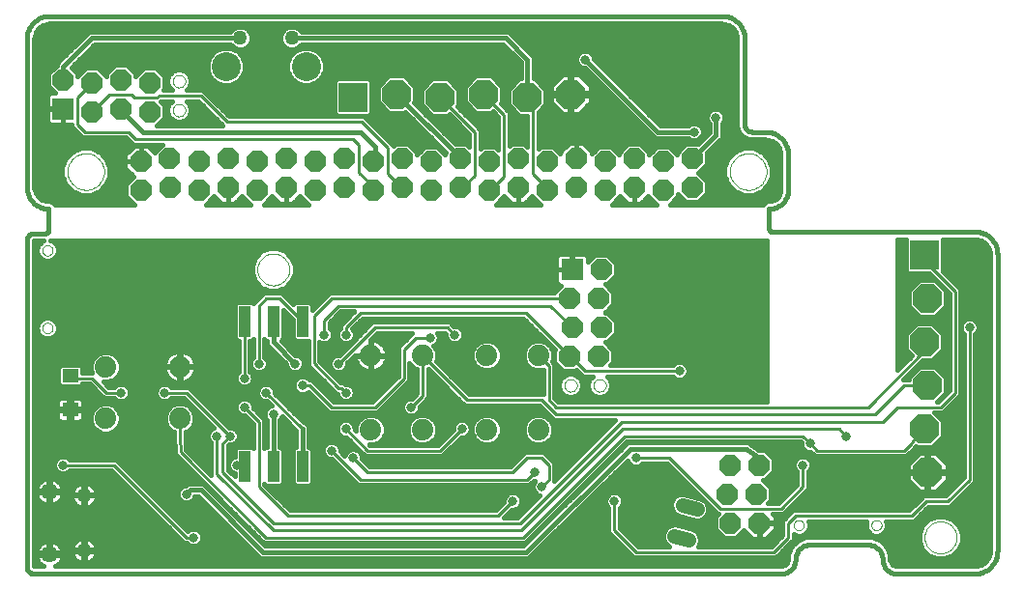
<source format=gbl>
G75*
%MOIN*%
%OFA0B0*%
%FSLAX24Y24*%
%IPPOS*%
%LPD*%
%AMOC8*
5,1,8,0,0,1.08239X$1,22.5*
%
%ADD10C,0.0160*%
%ADD11C,0.0000*%
%ADD12R,0.0740X0.0740*%
%ADD13OC8,0.0740*%
%ADD14C,0.0740*%
%ADD15R,0.0551X0.0472*%
%ADD16OC8,0.1000*%
%ADD17R,0.1000X0.1000*%
%ADD18C,0.0500*%
%ADD19C,0.0500*%
%ADD20C,0.1000*%
%ADD21R,0.0394X0.1063*%
%ADD22C,0.0572*%
%ADD23C,0.0513*%
%ADD24C,0.0317*%
%ADD25C,0.0100*%
D10*
X007340Y002680D02*
X007340Y013930D01*
X007342Y013960D01*
X007347Y013990D01*
X007356Y014019D01*
X007369Y014046D01*
X007384Y014072D01*
X007403Y014096D01*
X007424Y014117D01*
X007448Y014136D01*
X007474Y014151D01*
X007501Y014164D01*
X007530Y014173D01*
X007560Y014178D01*
X007590Y014180D01*
X007990Y014180D01*
X008007Y014182D01*
X008024Y014186D01*
X008040Y014193D01*
X008054Y014203D01*
X008067Y014216D01*
X008077Y014230D01*
X008084Y014246D01*
X008088Y014263D01*
X008090Y014280D01*
X008090Y015028D01*
X008189Y015269D02*
X010948Y015269D01*
X011037Y015180D02*
X008306Y015180D01*
X008237Y015249D01*
X008141Y015288D01*
X008090Y015288D01*
X008013Y015294D01*
X007867Y015342D01*
X007743Y015432D01*
X007653Y015556D01*
X007606Y015702D01*
X007600Y015778D01*
X007600Y020893D01*
X007606Y020975D01*
X007657Y021132D01*
X007754Y021266D01*
X007888Y021363D01*
X008044Y021414D01*
X008127Y021420D01*
X031302Y021420D01*
X031385Y021414D01*
X031542Y021363D01*
X031542Y021363D01*
X031675Y021266D01*
X031772Y021132D01*
X031823Y020975D01*
X031830Y020893D01*
X031830Y017829D01*
X031907Y017641D01*
X032051Y017498D01*
X032238Y017420D01*
X032802Y017420D01*
X032885Y017414D01*
X033042Y017363D01*
X033175Y017266D01*
X033272Y017132D01*
X033323Y016975D01*
X033330Y016893D01*
X033330Y015688D01*
X033325Y015625D01*
X033286Y015507D01*
X033213Y015405D01*
X033111Y015332D01*
X032993Y015293D01*
X032930Y015288D01*
X032878Y015288D01*
X032783Y015249D01*
X032714Y015180D01*
X029520Y015180D01*
X029789Y015448D01*
X029789Y015528D01*
X030067Y015250D01*
X030490Y015250D01*
X030789Y015548D01*
X030789Y015971D01*
X030500Y016260D01*
X030789Y016548D01*
X030789Y016958D01*
X031181Y017351D01*
X031310Y017479D01*
X031310Y017978D01*
X031343Y018011D01*
X031388Y018121D01*
X031388Y018239D01*
X031343Y018349D01*
X031259Y018433D01*
X031149Y018478D01*
X031030Y018478D01*
X030921Y018433D01*
X030837Y018349D01*
X030791Y018239D01*
X030791Y018121D01*
X030837Y018011D01*
X030870Y017978D01*
X030870Y017662D01*
X030477Y017270D01*
X030067Y017270D01*
X029769Y016971D01*
X029769Y016891D01*
X029490Y017170D01*
X029067Y017170D01*
X028789Y016891D01*
X028789Y016971D01*
X028490Y017270D01*
X028067Y017270D01*
X027769Y016971D01*
X027769Y016891D01*
X027490Y017170D01*
X027067Y017170D01*
X026829Y016931D01*
X026829Y016987D01*
X026506Y017310D01*
X026287Y017310D01*
X026287Y016768D01*
X026270Y016768D01*
X026270Y017310D01*
X026051Y017310D01*
X025729Y016987D01*
X025729Y016931D01*
X025490Y017170D01*
X025067Y017170D01*
X024980Y017082D01*
X024980Y018365D01*
X025230Y018615D01*
X025230Y019145D01*
X024855Y019520D01*
X024810Y019520D01*
X024810Y020271D01*
X024681Y020400D01*
X023941Y021140D01*
X016811Y021140D01*
X016810Y021141D01*
X016700Y021251D01*
X016557Y021310D01*
X016402Y021310D01*
X016259Y021251D01*
X016149Y021141D01*
X016090Y020998D01*
X016090Y020842D01*
X016149Y020699D01*
X016259Y020589D01*
X016402Y020530D01*
X016557Y020530D01*
X016700Y020589D01*
X016810Y020699D01*
X016811Y020700D01*
X023758Y020700D01*
X024370Y020089D01*
X024370Y019520D01*
X024324Y019520D01*
X023950Y019145D01*
X023950Y018615D01*
X024324Y018240D01*
X024600Y018240D01*
X024600Y017160D01*
X024490Y017270D01*
X024067Y017270D01*
X023980Y017182D01*
X023980Y018359D01*
X023676Y018662D01*
X023730Y018715D01*
X023730Y019245D01*
X023355Y019620D01*
X022824Y019620D01*
X022450Y019245D01*
X022450Y018715D01*
X022824Y018340D01*
X023355Y018340D01*
X023408Y018393D01*
X023600Y018201D01*
X023600Y017060D01*
X023490Y017170D01*
X023067Y017170D01*
X022980Y017082D01*
X022980Y017759D01*
X022176Y018562D01*
X022230Y018615D01*
X022230Y019145D01*
X021855Y019520D01*
X021324Y019520D01*
X020950Y019145D01*
X020950Y018615D01*
X021324Y018240D01*
X021855Y018240D01*
X021908Y018293D01*
X022600Y017601D01*
X022600Y017160D01*
X022490Y017270D01*
X022111Y017270D01*
X020698Y018683D01*
X020730Y018715D01*
X020730Y019245D01*
X020355Y019620D01*
X019824Y019620D01*
X019450Y019245D01*
X019450Y018715D01*
X019824Y018340D01*
X020355Y018340D01*
X020387Y018372D01*
X021778Y016980D01*
X021769Y016971D01*
X021769Y016891D01*
X021490Y017170D01*
X021067Y017170D01*
X020789Y016891D01*
X020789Y016971D01*
X020490Y017270D01*
X020067Y017270D01*
X019980Y017182D01*
X019980Y017209D01*
X019080Y018109D01*
X018968Y018220D01*
X014318Y018220D01*
X013530Y019009D01*
X013418Y019120D01*
X012840Y019120D01*
X012926Y019205D01*
X012986Y019351D01*
X012986Y019509D01*
X012926Y019655D01*
X012814Y019766D01*
X012668Y019827D01*
X012511Y019827D01*
X012365Y019766D01*
X012253Y019655D01*
X012193Y019509D01*
X012193Y019351D01*
X012253Y019205D01*
X012339Y019120D01*
X012051Y019120D01*
X012100Y019169D01*
X012100Y019591D01*
X011801Y019890D01*
X011378Y019890D01*
X011100Y019611D01*
X011100Y019691D01*
X010801Y019990D01*
X010378Y019990D01*
X010080Y019691D01*
X010080Y019611D01*
X009801Y019890D01*
X009378Y019890D01*
X009100Y019611D01*
X009100Y019691D01*
X008881Y019910D01*
X009671Y020700D01*
X014369Y020700D01*
X014369Y020699D01*
X014479Y020589D01*
X014622Y020530D01*
X014777Y020530D01*
X014920Y020589D01*
X015030Y020699D01*
X015090Y020842D01*
X015090Y020998D01*
X015030Y021141D01*
X014920Y021251D01*
X014777Y021310D01*
X014622Y021310D01*
X014479Y021251D01*
X014369Y021141D01*
X014369Y021140D01*
X009488Y021140D01*
X008498Y020150D01*
X008370Y020021D01*
X008370Y019981D01*
X008080Y019691D01*
X008080Y019269D01*
X008318Y019030D01*
X008196Y019030D01*
X008150Y019018D01*
X008109Y018994D01*
X008076Y018961D01*
X008052Y018919D01*
X008040Y018874D01*
X008040Y018489D01*
X008581Y018489D01*
X008581Y018471D01*
X008598Y018471D01*
X008598Y017930D01*
X008900Y017930D01*
X008900Y017851D01*
X009011Y017740D01*
X009261Y017490D01*
X010761Y017490D01*
X011011Y017240D01*
X012022Y017240D01*
X011753Y016971D01*
X011753Y016963D01*
X011506Y017210D01*
X011287Y017210D01*
X011287Y016668D01*
X011270Y016668D01*
X011270Y016651D01*
X010729Y016651D01*
X010729Y016432D01*
X011029Y016131D01*
X010769Y015871D01*
X010769Y015448D01*
X011037Y015180D01*
X010790Y015427D02*
X007750Y015427D01*
X007643Y015586D02*
X009005Y015586D01*
X008918Y015621D02*
X009216Y015498D01*
X009538Y015498D01*
X009836Y015621D01*
X010064Y015849D01*
X010187Y016147D01*
X010187Y016469D01*
X010064Y016767D01*
X009836Y016995D01*
X009538Y017118D01*
X009216Y017118D01*
X008918Y016995D01*
X008690Y016767D01*
X008567Y016469D01*
X008567Y016147D01*
X008690Y015849D01*
X008918Y015621D01*
X008795Y015744D02*
X007602Y015744D01*
X007600Y015903D02*
X008668Y015903D01*
X008603Y016061D02*
X007600Y016061D01*
X007600Y016220D02*
X008567Y016220D01*
X008567Y016378D02*
X007600Y016378D01*
X007600Y016537D02*
X008595Y016537D01*
X008661Y016695D02*
X007600Y016695D01*
X007600Y016854D02*
X008777Y016854D01*
X008960Y017012D02*
X007600Y017012D01*
X007600Y017171D02*
X011012Y017171D01*
X011051Y017210D02*
X010729Y016887D01*
X010729Y016668D01*
X011270Y016668D01*
X011270Y017210D01*
X011051Y017210D01*
X010922Y017329D02*
X007600Y017329D01*
X007600Y017488D02*
X010763Y017488D01*
X010853Y017012D02*
X009794Y017012D01*
X009977Y016854D02*
X010729Y016854D01*
X010729Y016695D02*
X010093Y016695D01*
X010159Y016537D02*
X010729Y016537D01*
X010782Y016378D02*
X010187Y016378D01*
X010187Y016220D02*
X010941Y016220D01*
X010959Y016061D02*
X010151Y016061D01*
X010086Y015903D02*
X010800Y015903D01*
X010769Y015744D02*
X009958Y015744D01*
X009749Y015586D02*
X010769Y015586D01*
X011270Y016695D02*
X011287Y016695D01*
X011270Y016854D02*
X011287Y016854D01*
X011270Y017012D02*
X011287Y017012D01*
X011270Y017171D02*
X011287Y017171D01*
X011545Y017171D02*
X011953Y017171D01*
X011794Y017012D02*
X011704Y017012D01*
X011340Y017680D02*
X010590Y018430D01*
X010590Y018480D01*
X011340Y017680D02*
X018840Y017680D01*
X019340Y017180D01*
X019340Y016721D01*
X019279Y016660D01*
X019859Y017329D02*
X021429Y017329D01*
X021271Y017488D02*
X019701Y017488D01*
X019542Y017646D02*
X021112Y017646D01*
X020954Y017805D02*
X019384Y017805D01*
X019225Y017963D02*
X020795Y017963D01*
X020637Y018122D02*
X019067Y018122D01*
X019148Y018240D02*
X019230Y018322D01*
X019230Y019438D01*
X019148Y019520D01*
X018032Y019520D01*
X017950Y019438D01*
X017950Y018322D01*
X018032Y018240D01*
X019148Y018240D01*
X019188Y018280D02*
X020478Y018280D01*
X020784Y018597D02*
X020967Y018597D01*
X020950Y018756D02*
X020730Y018756D01*
X020730Y018914D02*
X020950Y018914D01*
X020950Y019073D02*
X020730Y019073D01*
X020730Y019231D02*
X021035Y019231D01*
X021194Y019390D02*
X020585Y019390D01*
X020427Y019548D02*
X022752Y019548D01*
X022594Y019390D02*
X021985Y019390D01*
X022144Y019231D02*
X022450Y019231D01*
X022450Y019073D02*
X022230Y019073D01*
X022230Y018914D02*
X022450Y018914D01*
X022450Y018756D02*
X022230Y018756D01*
X022212Y018597D02*
X022567Y018597D01*
X022726Y018439D02*
X022300Y018439D01*
X022458Y018280D02*
X023521Y018280D01*
X023600Y018122D02*
X022617Y018122D01*
X022775Y017963D02*
X023600Y017963D01*
X023600Y017805D02*
X022934Y017805D01*
X022980Y017646D02*
X023600Y017646D01*
X023600Y017488D02*
X022980Y017488D01*
X022980Y017329D02*
X023600Y017329D01*
X023600Y017171D02*
X022980Y017171D01*
X022600Y017171D02*
X022589Y017171D01*
X022600Y017329D02*
X022052Y017329D01*
X021893Y017488D02*
X022600Y017488D01*
X022555Y017646D02*
X021735Y017646D01*
X021576Y017805D02*
X022396Y017805D01*
X022238Y017963D02*
X021418Y017963D01*
X021259Y018122D02*
X022079Y018122D01*
X021921Y018280D02*
X021895Y018280D01*
X021284Y018280D02*
X021101Y018280D01*
X021126Y018439D02*
X020942Y018439D01*
X020090Y018980D02*
X022279Y016791D01*
X022279Y016760D01*
X021746Y017012D02*
X021647Y017012D01*
X021588Y017171D02*
X020589Y017171D01*
X020747Y017012D02*
X020910Y017012D01*
X019726Y018439D02*
X019230Y018439D01*
X019230Y018597D02*
X019567Y018597D01*
X019450Y018756D02*
X019230Y018756D01*
X019230Y018914D02*
X019450Y018914D01*
X019450Y019073D02*
X019230Y019073D01*
X019230Y019231D02*
X019450Y019231D01*
X019594Y019390D02*
X019230Y019390D01*
X019752Y019548D02*
X017483Y019548D01*
X017512Y019577D02*
X017610Y019813D01*
X017610Y020067D01*
X017512Y020303D01*
X017332Y020483D01*
X017097Y020580D01*
X016842Y020580D01*
X016607Y020483D01*
X016427Y020303D01*
X016330Y020067D01*
X016330Y019813D01*
X016427Y019577D01*
X016607Y019397D01*
X016842Y019300D01*
X017097Y019300D01*
X017332Y019397D01*
X017512Y019577D01*
X017566Y019707D02*
X024370Y019707D01*
X024370Y019865D02*
X017610Y019865D01*
X017610Y020024D02*
X024370Y020024D01*
X024276Y020182D02*
X017562Y020182D01*
X017474Y020341D02*
X024118Y020341D01*
X023959Y020499D02*
X017292Y020499D01*
X016769Y020658D02*
X023801Y020658D01*
X023850Y020920D02*
X024590Y020180D01*
X024590Y018880D01*
X025053Y018439D02*
X025669Y018439D01*
X025808Y018300D02*
X025410Y018698D01*
X025410Y018942D01*
X026051Y018942D01*
X026051Y019018D01*
X025410Y019018D01*
X025410Y019262D01*
X025808Y019660D01*
X026051Y019660D01*
X026051Y019018D01*
X026128Y019018D01*
X026770Y019018D01*
X026770Y019262D01*
X026371Y019660D01*
X026128Y019660D01*
X026128Y019018D01*
X026128Y018942D01*
X026770Y018942D01*
X026770Y018698D01*
X026371Y018300D01*
X026128Y018300D01*
X026128Y018942D01*
X026051Y018942D01*
X026051Y018300D01*
X025808Y018300D01*
X026051Y018439D02*
X026128Y018439D01*
X026128Y018597D02*
X026051Y018597D01*
X026051Y018756D02*
X026128Y018756D01*
X026128Y018914D02*
X026051Y018914D01*
X026051Y019073D02*
X026128Y019073D01*
X026128Y019231D02*
X026051Y019231D01*
X026051Y019390D02*
X026128Y019390D01*
X026128Y019548D02*
X026051Y019548D01*
X025696Y019548D02*
X024810Y019548D01*
X024810Y019707D02*
X026752Y019707D01*
X026593Y019865D02*
X024810Y019865D01*
X024810Y020024D02*
X026331Y020024D01*
X026337Y020011D02*
X026421Y019927D01*
X026530Y019882D01*
X026577Y019882D01*
X028870Y017589D01*
X028998Y017460D01*
X030138Y017460D01*
X030171Y017427D01*
X030280Y017382D01*
X030399Y017382D01*
X030509Y017427D01*
X030593Y017511D01*
X030638Y017621D01*
X030638Y017739D01*
X030593Y017849D01*
X030509Y017933D01*
X030399Y017978D01*
X030280Y017978D01*
X030171Y017933D01*
X030138Y017900D01*
X029181Y017900D01*
X026888Y020193D01*
X026888Y020239D01*
X026843Y020349D01*
X026759Y020433D01*
X026649Y020478D01*
X026530Y020478D01*
X026421Y020433D01*
X026337Y020349D01*
X026291Y020239D01*
X026291Y020121D01*
X026337Y020011D01*
X026291Y020182D02*
X024810Y020182D01*
X024740Y020341D02*
X026333Y020341D01*
X026590Y020180D02*
X029090Y017680D01*
X030340Y017680D01*
X030611Y017805D02*
X030870Y017805D01*
X030870Y017963D02*
X030436Y017963D01*
X030243Y017963D02*
X029118Y017963D01*
X028959Y018122D02*
X030791Y018122D01*
X030808Y018280D02*
X028801Y018280D01*
X028642Y018439D02*
X030934Y018439D01*
X031090Y018180D02*
X031090Y017571D01*
X030279Y016760D01*
X030618Y016378D02*
X031402Y016378D01*
X031402Y016469D02*
X031402Y016147D01*
X031525Y015849D01*
X031753Y015621D01*
X032051Y015498D01*
X032373Y015498D01*
X032670Y015621D01*
X032898Y015849D01*
X033022Y016147D01*
X033022Y016469D01*
X032898Y016767D01*
X032670Y016995D01*
X032373Y017118D01*
X032051Y017118D01*
X031753Y016995D01*
X031525Y016767D01*
X031402Y016469D01*
X031430Y016537D02*
X030777Y016537D01*
X030789Y016695D02*
X031495Y016695D01*
X031612Y016854D02*
X030789Y016854D01*
X030842Y017012D02*
X031795Y017012D01*
X032051Y017498D02*
X032051Y017498D01*
X032075Y017488D02*
X031310Y017488D01*
X031310Y017646D02*
X031905Y017646D01*
X031907Y017641D02*
X031907Y017641D01*
X031840Y017805D02*
X031310Y017805D01*
X031310Y017963D02*
X031830Y017963D01*
X031830Y018122D02*
X031388Y018122D01*
X031371Y018280D02*
X031830Y018280D01*
X031830Y018439D02*
X031245Y018439D01*
X031830Y018597D02*
X028484Y018597D01*
X028325Y018756D02*
X031830Y018756D01*
X031830Y018914D02*
X028167Y018914D01*
X028008Y019073D02*
X031830Y019073D01*
X031830Y019231D02*
X027850Y019231D01*
X027691Y019390D02*
X031830Y019390D01*
X031830Y019548D02*
X027533Y019548D01*
X027374Y019707D02*
X031830Y019707D01*
X031830Y019865D02*
X027216Y019865D01*
X027057Y020024D02*
X031830Y020024D01*
X031830Y020182D02*
X026899Y020182D01*
X026846Y020341D02*
X031830Y020341D01*
X031830Y020499D02*
X024582Y020499D01*
X024423Y020658D02*
X031830Y020658D01*
X031830Y020816D02*
X024265Y020816D01*
X024106Y020975D02*
X031823Y020975D01*
X031771Y021133D02*
X023948Y021133D01*
X023850Y020920D02*
X016480Y020920D01*
X016190Y020658D02*
X014989Y020658D01*
X015079Y020816D02*
X016100Y020816D01*
X016090Y020975D02*
X015090Y020975D01*
X015033Y021133D02*
X016146Y021133D01*
X016357Y021292D02*
X014822Y021292D01*
X014577Y021292D02*
X007790Y021292D01*
X007658Y021133D02*
X009481Y021133D01*
X009323Y020975D02*
X007606Y020975D01*
X007600Y020816D02*
X009164Y020816D01*
X009006Y020658D02*
X007600Y020658D01*
X007600Y020499D02*
X008847Y020499D01*
X008689Y020341D02*
X007600Y020341D01*
X007600Y020182D02*
X008530Y020182D01*
X008372Y020024D02*
X007600Y020024D01*
X007600Y019865D02*
X008253Y019865D01*
X008095Y019707D02*
X007600Y019707D01*
X007600Y019548D02*
X008080Y019548D01*
X008080Y019390D02*
X007600Y019390D01*
X007600Y019231D02*
X008117Y019231D01*
X008276Y019073D02*
X007600Y019073D01*
X007600Y018914D02*
X008050Y018914D01*
X008040Y018756D02*
X007600Y018756D01*
X007600Y018597D02*
X008040Y018597D01*
X008040Y018471D02*
X008040Y018086D01*
X008052Y018041D01*
X008076Y017999D01*
X008109Y017966D01*
X008150Y017942D01*
X008196Y017930D01*
X008581Y017930D01*
X008581Y018471D01*
X008040Y018471D01*
X008040Y018439D02*
X007600Y018439D01*
X007600Y018280D02*
X008040Y018280D01*
X008040Y018122D02*
X007600Y018122D01*
X007600Y017963D02*
X008114Y017963D01*
X008581Y017963D02*
X008598Y017963D01*
X008581Y018122D02*
X008598Y018122D01*
X008581Y018280D02*
X008598Y018280D01*
X008581Y018439D02*
X008598Y018439D01*
X008946Y017805D02*
X007600Y017805D01*
X007600Y017646D02*
X009105Y017646D01*
X008590Y019480D02*
X008590Y019930D01*
X009580Y020920D01*
X014700Y020920D01*
X014410Y020658D02*
X009628Y020658D01*
X009470Y020499D02*
X013887Y020499D01*
X013847Y020483D02*
X013667Y020303D01*
X013570Y020067D01*
X013570Y019813D01*
X013667Y019577D01*
X013847Y019397D01*
X014082Y019300D01*
X014337Y019300D01*
X014572Y019397D01*
X014752Y019577D01*
X014850Y019813D01*
X014850Y020067D01*
X014752Y020303D01*
X014572Y020483D01*
X014337Y020580D01*
X014082Y020580D01*
X013847Y020483D01*
X013705Y020341D02*
X009311Y020341D01*
X009153Y020182D02*
X013617Y020182D01*
X013570Y020024D02*
X008994Y020024D01*
X008926Y019865D02*
X009353Y019865D01*
X009195Y019707D02*
X009084Y019707D01*
X009826Y019865D02*
X010253Y019865D01*
X010095Y019707D02*
X009984Y019707D01*
X010926Y019865D02*
X011353Y019865D01*
X011195Y019707D02*
X011084Y019707D01*
X011826Y019865D02*
X013570Y019865D01*
X013614Y019707D02*
X012874Y019707D01*
X012970Y019548D02*
X013696Y019548D01*
X013866Y019390D02*
X012986Y019390D01*
X012936Y019231D02*
X017950Y019231D01*
X017950Y019073D02*
X013466Y019073D01*
X013624Y018914D02*
X017950Y018914D01*
X017950Y018756D02*
X013783Y018756D01*
X013941Y018597D02*
X017950Y018597D01*
X017950Y018439D02*
X014100Y018439D01*
X014258Y018280D02*
X017992Y018280D01*
X017950Y019390D02*
X017313Y019390D01*
X016626Y019390D02*
X014553Y019390D01*
X014723Y019548D02*
X016456Y019548D01*
X016374Y019707D02*
X014806Y019707D01*
X014850Y019865D02*
X016330Y019865D01*
X016330Y020024D02*
X014850Y020024D01*
X014802Y020182D02*
X016377Y020182D01*
X016465Y020341D02*
X014714Y020341D01*
X014532Y020499D02*
X016647Y020499D01*
X016602Y021292D02*
X031639Y021292D01*
X031302Y021680D02*
X008127Y021680D01*
X008073Y021678D01*
X008020Y021673D01*
X007967Y021664D01*
X007915Y021651D01*
X007863Y021635D01*
X007813Y021615D01*
X007765Y021592D01*
X007718Y021565D01*
X007673Y021536D01*
X007630Y021503D01*
X007590Y021468D01*
X007552Y021430D01*
X007517Y021390D01*
X007484Y021347D01*
X007455Y021302D01*
X007428Y021255D01*
X007405Y021207D01*
X007385Y021157D01*
X007369Y021105D01*
X007356Y021053D01*
X007347Y021000D01*
X007342Y020947D01*
X007340Y020893D01*
X007340Y015778D01*
X007342Y015724D01*
X007348Y015671D01*
X007357Y015619D01*
X007370Y015567D01*
X007387Y015516D01*
X007408Y015466D01*
X007432Y015419D01*
X007459Y015373D01*
X007490Y015329D01*
X007523Y015287D01*
X007560Y015248D01*
X007599Y015211D01*
X007641Y015178D01*
X007685Y015147D01*
X007731Y015120D01*
X007778Y015096D01*
X007828Y015075D01*
X007879Y015058D01*
X007931Y015045D01*
X007983Y015036D01*
X008036Y015030D01*
X008090Y015028D01*
X008162Y013930D02*
X032840Y013930D01*
X032840Y008370D01*
X025668Y008370D01*
X025530Y008509D01*
X025530Y009679D01*
X025449Y009760D01*
X025490Y009859D01*
X025490Y010061D01*
X025412Y010249D01*
X025268Y010392D01*
X025081Y010470D01*
X024878Y010470D01*
X024691Y010392D01*
X024547Y010249D01*
X024470Y010061D01*
X024470Y009859D01*
X024547Y009671D01*
X024691Y009528D01*
X024878Y009450D01*
X025081Y009450D01*
X025150Y009478D01*
X025150Y008620D01*
X022588Y008620D01*
X021449Y009760D01*
X021490Y009859D01*
X021490Y010061D01*
X021412Y010249D01*
X021356Y010305D01*
X021409Y010327D01*
X021493Y010411D01*
X021538Y010521D01*
X021538Y010639D01*
X021496Y010740D01*
X021761Y010740D01*
X021791Y010710D01*
X021791Y010621D01*
X021837Y010511D01*
X021921Y010427D01*
X022030Y010382D01*
X022149Y010382D01*
X022259Y010427D01*
X022343Y010511D01*
X022388Y010621D01*
X022388Y010739D01*
X022343Y010849D01*
X022259Y010933D01*
X022149Y010978D01*
X022060Y010978D01*
X022030Y011009D01*
X021918Y011120D01*
X019261Y011120D01*
X018119Y009978D01*
X018030Y009978D01*
X017921Y009933D01*
X017837Y009849D01*
X017791Y009739D01*
X017791Y009621D01*
X017837Y009511D01*
X017921Y009427D01*
X018030Y009382D01*
X018149Y009382D01*
X018259Y009427D01*
X018343Y009511D01*
X018388Y009621D01*
X018388Y009710D01*
X018658Y009980D01*
X019180Y009980D01*
X019180Y010501D01*
X019418Y010740D01*
X020631Y010740D01*
X020261Y010370D01*
X020150Y010259D01*
X020150Y009259D01*
X019261Y008370D01*
X017918Y008370D01*
X017280Y009009D01*
X017168Y009120D01*
X017072Y009120D01*
X017009Y009183D01*
X016899Y009228D01*
X016780Y009228D01*
X016671Y009183D01*
X016587Y009099D01*
X016541Y008989D01*
X016541Y008871D01*
X016587Y008761D01*
X016671Y008677D01*
X016780Y008632D01*
X016899Y008632D01*
X017009Y008677D01*
X017041Y008710D01*
X017761Y007990D01*
X019418Y007990D01*
X019530Y008101D01*
X020530Y009101D01*
X020530Y009714D01*
X020547Y009671D01*
X020691Y009528D01*
X020790Y009487D01*
X020790Y008649D01*
X020619Y008478D01*
X020530Y008478D01*
X020421Y008433D01*
X020337Y008349D01*
X020291Y008239D01*
X020291Y008121D01*
X020337Y008011D01*
X020421Y007927D01*
X020530Y007882D01*
X020649Y007882D01*
X020759Y007927D01*
X020843Y008011D01*
X020888Y008121D01*
X020888Y008210D01*
X021170Y008491D01*
X021170Y009487D01*
X021180Y009491D01*
X022431Y008240D01*
X025011Y008240D01*
X025511Y007740D01*
X027631Y007740D01*
X025530Y005639D01*
X025530Y006259D01*
X025418Y006370D01*
X025168Y006620D01*
X024511Y006620D01*
X024400Y006509D01*
X024011Y006120D01*
X019168Y006120D01*
X018888Y006400D01*
X018888Y006489D01*
X018843Y006599D01*
X018759Y006683D01*
X018649Y006728D01*
X018530Y006728D01*
X018421Y006683D01*
X018337Y006599D01*
X018293Y006495D01*
X018138Y006650D01*
X018138Y006739D01*
X018093Y006849D01*
X018009Y006933D01*
X017899Y006978D01*
X017780Y006978D01*
X017671Y006933D01*
X017587Y006849D01*
X017541Y006739D01*
X017541Y006621D01*
X017587Y006511D01*
X017671Y006427D01*
X017780Y006382D01*
X017869Y006382D01*
X018650Y005601D01*
X018761Y005490D01*
X024668Y005490D01*
X024810Y005632D01*
X024869Y005632D01*
X024837Y005599D01*
X024791Y005489D01*
X024791Y005371D01*
X024837Y005261D01*
X024921Y005177D01*
X025025Y005134D01*
X024261Y004370D01*
X023798Y004370D01*
X024060Y004632D01*
X024149Y004632D01*
X024259Y004677D01*
X024343Y004761D01*
X024388Y004871D01*
X024388Y004989D01*
X024343Y005099D01*
X024259Y005183D01*
X024149Y005228D01*
X024030Y005228D01*
X023921Y005183D01*
X023837Y005099D01*
X023791Y004989D01*
X023791Y004900D01*
X023511Y004620D01*
X016418Y004620D01*
X015530Y005509D01*
X015530Y005524D01*
X015585Y005469D01*
X016094Y005469D01*
X016176Y005551D01*
X016176Y006730D01*
X016094Y006812D01*
X016060Y006812D01*
X016060Y007728D01*
X016093Y007761D01*
X016136Y007865D01*
X016620Y007381D01*
X016620Y006812D01*
X016585Y006812D01*
X016503Y006730D01*
X016503Y005551D01*
X016585Y005469D01*
X017094Y005469D01*
X017176Y005551D01*
X017176Y006730D01*
X017094Y006812D01*
X017060Y006812D01*
X017060Y007521D01*
X016931Y007650D01*
X016888Y007650D01*
X015888Y008650D01*
X015888Y008739D01*
X015843Y008849D01*
X015759Y008933D01*
X015649Y008978D01*
X015530Y008978D01*
X015421Y008933D01*
X015337Y008849D01*
X015291Y008739D01*
X015291Y008621D01*
X015337Y008511D01*
X015421Y008427D01*
X015530Y008382D01*
X015619Y008382D01*
X015775Y008226D01*
X015671Y008183D01*
X015587Y008099D01*
X015541Y007989D01*
X015541Y007871D01*
X015587Y007761D01*
X015620Y007728D01*
X015620Y006812D01*
X015585Y006812D01*
X015530Y006757D01*
X015530Y007759D01*
X015418Y007870D01*
X015138Y008150D01*
X015138Y008239D01*
X015093Y008349D01*
X015009Y008433D01*
X014899Y008478D01*
X014780Y008478D01*
X014671Y008433D01*
X014587Y008349D01*
X014541Y008239D01*
X014541Y008121D01*
X014587Y008011D01*
X014671Y007927D01*
X014780Y007882D01*
X014869Y007882D01*
X015150Y007601D01*
X015150Y006757D01*
X015094Y006812D01*
X014585Y006812D01*
X014503Y006730D01*
X014503Y006467D01*
X014421Y006433D01*
X014337Y006349D01*
X014291Y006239D01*
X014291Y006121D01*
X014337Y006011D01*
X014421Y005927D01*
X014503Y005893D01*
X014503Y005786D01*
X014280Y006009D01*
X014280Y006851D01*
X014310Y006882D01*
X014399Y006882D01*
X014509Y006927D01*
X014593Y007011D01*
X014638Y007121D01*
X014638Y007239D01*
X014593Y007349D01*
X014509Y007433D01*
X014399Y007478D01*
X014310Y007478D01*
X013030Y008759D01*
X012918Y008870D01*
X012322Y008870D01*
X012259Y008933D01*
X012149Y008978D01*
X012030Y008978D01*
X011921Y008933D01*
X011837Y008849D01*
X011791Y008739D01*
X011791Y008621D01*
X011837Y008511D01*
X011921Y008427D01*
X012030Y008382D01*
X012149Y008382D01*
X012259Y008427D01*
X012322Y008490D01*
X012761Y008490D01*
X013789Y007462D01*
X013721Y007433D01*
X013637Y007349D01*
X013591Y007239D01*
X013591Y007121D01*
X013637Y007011D01*
X013700Y006948D01*
X013700Y005839D01*
X012827Y006712D01*
X012810Y007154D01*
X012810Y007317D01*
X012908Y007358D01*
X013052Y007501D01*
X013130Y007689D01*
X013130Y007891D01*
X013052Y008079D01*
X012908Y008222D01*
X012721Y008300D01*
X012518Y008300D01*
X012331Y008222D01*
X012187Y008079D01*
X012110Y007891D01*
X012110Y007689D01*
X012187Y007501D01*
X012331Y007358D01*
X012430Y007317D01*
X012430Y007224D01*
X012427Y007221D01*
X012430Y007146D01*
X012430Y007071D01*
X012433Y007068D01*
X012450Y006626D01*
X012450Y006551D01*
X007600Y006551D01*
X007600Y006393D02*
X008380Y006393D01*
X008421Y006433D02*
X008337Y006349D01*
X008291Y006239D01*
X008291Y006121D01*
X008337Y006011D01*
X008421Y005927D01*
X008530Y005882D01*
X008649Y005882D01*
X008759Y005927D01*
X008822Y005990D01*
X010261Y005990D01*
X012650Y003601D01*
X012761Y003490D01*
X012858Y003490D01*
X012921Y003427D01*
X013030Y003382D01*
X013149Y003382D01*
X013259Y003427D01*
X013343Y003511D01*
X013388Y003621D01*
X013388Y003739D01*
X013343Y003849D01*
X013259Y003933D01*
X013149Y003978D01*
X013030Y003978D01*
X012921Y003933D01*
X012888Y003900D01*
X010418Y006370D01*
X008822Y006370D01*
X008759Y006433D01*
X008649Y006478D01*
X008530Y006478D01*
X008421Y006433D01*
X008291Y006234D02*
X007600Y006234D01*
X007600Y006076D02*
X008310Y006076D01*
X008445Y005917D02*
X007600Y005917D01*
X007600Y005759D02*
X010492Y005759D01*
X010334Y005917D02*
X008734Y005917D01*
X008425Y005614D02*
X008365Y005657D01*
X008300Y005690D01*
X008230Y005713D01*
X008159Y005724D01*
X008159Y005296D01*
X008083Y005296D01*
X008083Y005220D01*
X007655Y005220D01*
X007666Y005149D01*
X007689Y005079D01*
X007722Y005014D01*
X007765Y004954D01*
X007817Y004902D01*
X007877Y004859D01*
X007942Y004826D01*
X008012Y004803D01*
X008083Y004792D01*
X008083Y005220D01*
X008159Y005220D01*
X008159Y004792D01*
X008230Y004803D01*
X008300Y004826D01*
X008365Y004859D01*
X008425Y004902D01*
X008477Y004954D01*
X008520Y005014D01*
X008553Y005079D01*
X008576Y005149D01*
X008587Y005220D01*
X008159Y005220D01*
X008159Y005296D01*
X008587Y005296D01*
X008576Y005367D01*
X008553Y005437D01*
X008520Y005502D01*
X008477Y005562D01*
X008425Y005614D01*
X008438Y005600D02*
X010651Y005600D01*
X010809Y005442D02*
X009630Y005442D01*
X009647Y005424D02*
X009598Y005473D01*
X009543Y005513D01*
X009482Y005545D01*
X009416Y005566D01*
X009348Y005577D01*
X009337Y005577D01*
X009337Y005163D01*
X009291Y005163D01*
X009291Y005577D01*
X009280Y005577D01*
X009212Y005566D01*
X009146Y005545D01*
X009085Y005513D01*
X009029Y005473D01*
X008981Y005424D01*
X008940Y005369D01*
X008909Y005307D01*
X008888Y005242D01*
X008877Y005174D01*
X008877Y005163D01*
X009291Y005163D01*
X009291Y005116D01*
X009337Y005116D01*
X009337Y004703D01*
X009348Y004703D01*
X009416Y004714D01*
X009482Y004735D01*
X009543Y004766D01*
X009598Y004807D01*
X009647Y004855D01*
X009687Y004911D01*
X009719Y004972D01*
X009740Y005038D01*
X009751Y005105D01*
X009751Y005116D01*
X009337Y005116D01*
X009337Y005163D01*
X009751Y005163D01*
X009751Y005174D01*
X009740Y005242D01*
X009719Y005307D01*
X009687Y005369D01*
X009647Y005424D01*
X009727Y005283D02*
X010968Y005283D01*
X011126Y005125D02*
X009337Y005125D01*
X009291Y005125D02*
X008568Y005125D01*
X008485Y004966D02*
X008912Y004966D01*
X008909Y004972D02*
X008940Y004911D01*
X008981Y004855D01*
X009029Y004807D01*
X009085Y004766D01*
X009146Y004735D01*
X009212Y004714D01*
X009280Y004703D01*
X009291Y004703D01*
X009291Y005116D01*
X008877Y005116D01*
X008877Y005105D01*
X008888Y005038D01*
X008909Y004972D01*
X009029Y004808D02*
X008243Y004808D01*
X008159Y004808D02*
X008083Y004808D01*
X007999Y004808D02*
X007600Y004808D01*
X007600Y004966D02*
X007757Y004966D01*
X007674Y005125D02*
X007600Y005125D01*
X007600Y005283D02*
X008083Y005283D01*
X008083Y005296D02*
X007655Y005296D01*
X007666Y005367D01*
X007689Y005437D01*
X007722Y005502D01*
X007765Y005562D01*
X007817Y005614D01*
X007877Y005657D01*
X007942Y005690D01*
X008012Y005713D01*
X008083Y005724D01*
X008083Y005296D01*
X008159Y005283D02*
X008901Y005283D01*
X008998Y005442D02*
X008551Y005442D01*
X008159Y005442D02*
X008083Y005442D01*
X008083Y005600D02*
X008159Y005600D01*
X007804Y005600D02*
X007600Y005600D01*
X007600Y005442D02*
X007691Y005442D01*
X008083Y005125D02*
X008159Y005125D01*
X008159Y004966D02*
X008083Y004966D01*
X007600Y004649D02*
X011602Y004649D01*
X011760Y004491D02*
X007600Y004491D01*
X007600Y004332D02*
X011919Y004332D01*
X012077Y004174D02*
X007600Y004174D01*
X007600Y004015D02*
X012236Y004015D01*
X012394Y003857D02*
X007600Y003857D01*
X007600Y003698D02*
X012553Y003698D01*
X012711Y003540D02*
X009622Y003540D01*
X009598Y003563D02*
X009543Y003604D01*
X009482Y003635D01*
X009416Y003656D01*
X009348Y003667D01*
X009337Y003667D01*
X009337Y003254D01*
X009291Y003254D01*
X009291Y003667D01*
X009280Y003667D01*
X009212Y003656D01*
X009146Y003635D01*
X009085Y003604D01*
X009029Y003563D01*
X008981Y003515D01*
X008940Y003459D01*
X008909Y003398D01*
X008888Y003333D01*
X008877Y003265D01*
X008877Y003254D01*
X009291Y003254D01*
X009291Y003207D01*
X009337Y003207D01*
X009337Y002794D01*
X009348Y002794D01*
X009416Y002804D01*
X009482Y002826D01*
X009543Y002857D01*
X009598Y002897D01*
X009647Y002946D01*
X009687Y003002D01*
X009719Y003063D01*
X009740Y003128D01*
X009751Y003196D01*
X009751Y003207D01*
X009337Y003207D01*
X009337Y003254D01*
X009751Y003254D01*
X009751Y003265D01*
X009740Y003333D01*
X009719Y003398D01*
X009687Y003459D01*
X009647Y003515D01*
X009598Y003563D01*
X009724Y003381D02*
X014963Y003381D01*
X014805Y003540D02*
X013354Y003540D01*
X013388Y003698D02*
X014646Y003698D01*
X014488Y003857D02*
X013335Y003857D01*
X012773Y004015D02*
X014329Y004015D01*
X014171Y004174D02*
X012615Y004174D01*
X012456Y004332D02*
X014012Y004332D01*
X013854Y004491D02*
X012298Y004491D01*
X012139Y004649D02*
X013695Y004649D01*
X013537Y004808D02*
X011981Y004808D01*
X011822Y004966D02*
X012632Y004966D01*
X012671Y004927D02*
X012780Y004882D01*
X012899Y004882D01*
X013009Y004927D01*
X013093Y005011D01*
X013128Y005096D01*
X013248Y005096D01*
X015384Y002960D01*
X024539Y002960D01*
X024629Y002959D01*
X024630Y002960D01*
X024631Y002960D01*
X024695Y003024D01*
X028055Y006338D01*
X028087Y006261D01*
X028171Y006177D01*
X028280Y006132D01*
X028399Y006132D01*
X028509Y006177D01*
X028572Y006240D01*
X029411Y006240D01*
X030731Y004920D01*
X030612Y005011D01*
X029979Y005181D01*
X029826Y005160D01*
X029691Y005083D01*
X029597Y004960D01*
X029557Y004810D01*
X029577Y004656D01*
X029654Y004522D01*
X029777Y004427D01*
X030410Y004258D01*
X030564Y004278D01*
X030698Y004356D01*
X030793Y004479D01*
X030833Y004629D01*
X030813Y004782D01*
X030737Y004914D01*
X031050Y004601D01*
X031161Y004490D01*
X031178Y004490D01*
X031080Y004391D01*
X031080Y003969D01*
X031378Y003670D01*
X031801Y003670D01*
X032061Y003930D01*
X032362Y003630D01*
X032570Y003630D01*
X032570Y004160D01*
X032610Y004160D01*
X032610Y004200D01*
X033140Y004200D01*
X033140Y004408D01*
X033057Y004490D01*
X033418Y004490D01*
X034280Y005351D01*
X034280Y005948D01*
X034343Y006011D01*
X034388Y006121D01*
X034388Y006239D01*
X034343Y006349D01*
X034259Y006433D01*
X034149Y006478D01*
X034030Y006478D01*
X033921Y006433D01*
X033837Y006349D01*
X033791Y006239D01*
X033791Y006121D01*
X033837Y006011D01*
X033900Y005948D01*
X033900Y005509D01*
X033261Y004870D01*
X032901Y004870D01*
X033000Y004969D01*
X033000Y005391D01*
X032721Y005670D01*
X032801Y005670D01*
X033100Y005969D01*
X033100Y006391D01*
X032801Y006690D01*
X032596Y006690D01*
X032280Y006901D01*
X032231Y006950D01*
X032206Y006950D01*
X032186Y006964D01*
X032118Y006950D01*
X028140Y006950D01*
X028050Y006951D01*
X028049Y006950D01*
X028048Y006950D01*
X027985Y006886D01*
X024449Y003400D01*
X015567Y003400D01*
X013560Y005407D01*
X013431Y005536D01*
X012884Y005536D01*
X012827Y005478D01*
X012780Y005478D01*
X012671Y005433D01*
X012587Y005349D01*
X012541Y005239D01*
X012541Y005121D01*
X012587Y005011D01*
X012671Y004927D01*
X012541Y005125D02*
X011664Y005125D01*
X011505Y005283D02*
X012559Y005283D01*
X012691Y005442D02*
X011347Y005442D01*
X011188Y005600D02*
X013401Y005600D01*
X013525Y005442D02*
X013559Y005442D01*
X013684Y005283D02*
X013718Y005283D01*
X013842Y005125D02*
X013876Y005125D01*
X014001Y004966D02*
X014035Y004966D01*
X014159Y004808D02*
X014193Y004808D01*
X014318Y004649D02*
X014352Y004649D01*
X014476Y004491D02*
X014510Y004491D01*
X014635Y004332D02*
X014669Y004332D01*
X014793Y004174D02*
X014827Y004174D01*
X014952Y004015D02*
X014986Y004015D01*
X015110Y003857D02*
X015144Y003857D01*
X015269Y003698D02*
X015303Y003698D01*
X015400Y003601D02*
X015400Y003601D01*
X015511Y003490D01*
X024518Y003490D01*
X028018Y006990D01*
X034011Y006990D01*
X034041Y006960D01*
X034041Y006871D01*
X034087Y006761D01*
X034171Y006677D01*
X034280Y006632D01*
X034369Y006632D01*
X034400Y006601D01*
X034511Y006490D01*
X037668Y006490D01*
X037918Y006740D01*
X037996Y006818D01*
X038024Y006790D01*
X038555Y006790D01*
X038930Y007165D01*
X038930Y007695D01*
X038635Y007990D01*
X038918Y007990D01*
X039030Y008101D01*
X039530Y008601D01*
X039530Y012259D01*
X039418Y012370D01*
X038923Y012865D01*
X038930Y012872D01*
X038930Y013981D01*
X040017Y013981D01*
X040099Y013975D01*
X040256Y013924D01*
X040390Y013827D01*
X040487Y013693D01*
X040538Y013536D01*
X040544Y013454D01*
X040544Y003217D01*
X040538Y003135D01*
X040487Y002978D01*
X040390Y002844D01*
X040256Y002747D01*
X040099Y002696D01*
X040017Y002690D01*
X037340Y002690D01*
X037293Y002695D01*
X037206Y002730D01*
X037140Y002797D01*
X037104Y002883D01*
X037100Y002930D01*
X037100Y003081D01*
X036984Y003361D01*
X036770Y003574D01*
X036491Y003690D01*
X034188Y003690D01*
X033909Y003574D01*
X033695Y003361D01*
X033695Y003361D01*
X033580Y003081D01*
X033580Y002930D01*
X033575Y002883D01*
X033539Y002797D01*
X033473Y002730D01*
X033386Y002695D01*
X033340Y002690D01*
X008319Y002690D01*
X008365Y002714D01*
X008425Y002757D01*
X008477Y002809D01*
X008520Y002868D01*
X008553Y002933D01*
X008576Y003003D01*
X008587Y003074D01*
X008159Y003074D01*
X008159Y003150D01*
X008587Y003150D01*
X008576Y003221D01*
X008553Y003291D01*
X008520Y003357D01*
X008477Y003416D01*
X008425Y003468D01*
X008365Y003511D01*
X008300Y003544D01*
X008230Y003567D01*
X008159Y003578D01*
X008159Y003150D01*
X008083Y003150D01*
X008083Y003074D01*
X007655Y003074D01*
X007666Y003003D01*
X007689Y002933D01*
X007722Y002868D01*
X007765Y002809D01*
X007817Y002757D01*
X007877Y002714D01*
X007923Y002690D01*
X007600Y002690D01*
X007600Y013920D01*
X007929Y013920D01*
X007855Y013889D01*
X007754Y013789D01*
X007700Y013658D01*
X007700Y013516D01*
X007754Y013384D01*
X007855Y013284D01*
X007986Y013230D01*
X008128Y013230D01*
X008260Y013284D01*
X008360Y013384D01*
X008414Y013516D01*
X008414Y013658D01*
X008360Y013789D01*
X008260Y013889D01*
X008162Y013930D01*
X008307Y013842D02*
X032840Y013842D01*
X032840Y013684D02*
X008404Y013684D01*
X008414Y013525D02*
X015401Y013525D01*
X015425Y013550D02*
X015220Y013344D01*
X015108Y013075D01*
X015108Y012785D01*
X015220Y012516D01*
X015425Y012310D01*
X015694Y012199D01*
X015985Y012199D01*
X016254Y012310D01*
X016459Y012516D01*
X016571Y012785D01*
X016571Y013075D01*
X016459Y013344D01*
X016254Y013550D01*
X015985Y013661D01*
X015694Y013661D01*
X015425Y013550D01*
X015242Y013367D02*
X008342Y013367D01*
X007772Y013367D02*
X007600Y013367D01*
X007600Y013525D02*
X007700Y013525D01*
X007711Y013684D02*
X007600Y013684D01*
X007600Y013842D02*
X007808Y013842D01*
X007600Y013208D02*
X015163Y013208D01*
X015108Y013050D02*
X007600Y013050D01*
X007600Y012891D02*
X015108Y012891D01*
X015130Y012733D02*
X007600Y012733D01*
X007600Y012574D02*
X015196Y012574D01*
X015320Y012416D02*
X007600Y012416D01*
X007600Y012257D02*
X015554Y012257D01*
X015511Y012120D02*
X015261Y011870D01*
X015150Y011759D01*
X015150Y011757D01*
X015094Y011812D01*
X014585Y011812D01*
X014503Y011730D01*
X014503Y010551D01*
X014585Y010469D01*
X014650Y010469D01*
X014650Y009412D01*
X014587Y009349D01*
X014541Y009239D01*
X014541Y009121D01*
X014587Y009011D01*
X014671Y008927D01*
X014780Y008882D01*
X014899Y008882D01*
X015009Y008927D01*
X015093Y009011D01*
X015138Y009121D01*
X015138Y009239D01*
X015093Y009349D01*
X015030Y009412D01*
X015030Y010469D01*
X015094Y010469D01*
X015150Y010524D01*
X015150Y009912D01*
X015087Y009849D01*
X015041Y009739D01*
X015041Y009621D01*
X015087Y009511D01*
X015171Y009427D01*
X015280Y009382D01*
X015399Y009382D01*
X015509Y009427D01*
X015593Y009511D01*
X015638Y009621D01*
X015638Y009739D01*
X015593Y009849D01*
X015530Y009912D01*
X015530Y010524D01*
X015585Y010469D01*
X015620Y010469D01*
X015620Y010339D01*
X015748Y010210D01*
X016291Y009667D01*
X016291Y009621D01*
X016337Y009511D01*
X016421Y009427D01*
X016530Y009382D01*
X016649Y009382D01*
X016759Y009427D01*
X016843Y009511D01*
X016888Y009621D01*
X016888Y009739D01*
X016843Y009849D01*
X016759Y009933D01*
X016649Y009978D01*
X016602Y009978D01*
X016103Y010478D01*
X016176Y010551D01*
X016176Y011535D01*
X016503Y011209D01*
X016503Y010551D01*
X016585Y010469D01*
X017050Y010469D01*
X017050Y009609D01*
X017900Y008759D01*
X018011Y008647D01*
X018041Y008647D01*
X018041Y008621D01*
X018087Y008511D01*
X018171Y008427D01*
X018280Y008382D01*
X018399Y008382D01*
X018509Y008427D01*
X018593Y008511D01*
X018638Y008621D01*
X018638Y008739D01*
X018593Y008849D01*
X018509Y008933D01*
X018399Y008978D01*
X018310Y008978D01*
X018261Y009027D01*
X018168Y009027D01*
X017430Y009766D01*
X017430Y010423D01*
X017530Y010382D01*
X017649Y010382D01*
X017759Y010427D01*
X017843Y010511D01*
X017888Y010621D01*
X017888Y010739D01*
X017843Y010849D01*
X017780Y010912D01*
X017780Y011101D01*
X018168Y011490D01*
X018631Y011490D01*
X018150Y011009D01*
X018150Y010912D01*
X018087Y010849D01*
X018041Y010739D01*
X018041Y010621D01*
X018087Y010511D01*
X018171Y010427D01*
X018280Y010382D01*
X018399Y010382D01*
X018509Y010427D01*
X018593Y010511D01*
X018638Y010621D01*
X018638Y010739D01*
X018593Y010849D01*
X018560Y010882D01*
X018918Y011240D01*
X024461Y011240D01*
X025545Y010156D01*
X025530Y010141D01*
X025530Y009719D01*
X025828Y009420D01*
X026251Y009420D01*
X026291Y009460D01*
X026400Y009351D01*
X026511Y009240D01*
X026839Y009240D01*
X026753Y009155D01*
X026693Y009009D01*
X026693Y008851D01*
X026753Y008705D01*
X026865Y008594D01*
X027011Y008533D01*
X027168Y008533D01*
X027314Y008594D01*
X027426Y008705D01*
X027486Y008851D01*
X027486Y009009D01*
X027426Y009155D01*
X027340Y009240D01*
X029608Y009240D01*
X029671Y009177D01*
X029780Y009132D01*
X029899Y009132D01*
X030009Y009177D01*
X030093Y009261D01*
X030138Y009371D01*
X030138Y009489D01*
X030093Y009599D01*
X030009Y009683D01*
X029899Y009728D01*
X029780Y009728D01*
X029671Y009683D01*
X029608Y009620D01*
X027451Y009620D01*
X027550Y009719D01*
X027550Y010141D01*
X027271Y010420D01*
X027351Y010420D01*
X027650Y010719D01*
X027650Y011141D01*
X027351Y011440D01*
X027271Y011440D01*
X027550Y011719D01*
X027550Y012141D01*
X027271Y012420D01*
X027351Y012420D01*
X027650Y012719D01*
X027650Y013141D01*
X027351Y013440D01*
X026928Y013440D01*
X026690Y013201D01*
X026690Y013324D01*
X026677Y013369D01*
X026654Y013411D01*
X026620Y013444D01*
X026579Y013468D01*
X026533Y013480D01*
X026148Y013480D01*
X026148Y012939D01*
X026131Y012939D01*
X026131Y013480D01*
X025746Y013480D01*
X025700Y013468D01*
X025659Y013444D01*
X025626Y013411D01*
X025602Y013369D01*
X025590Y013324D01*
X025590Y012939D01*
X026131Y012939D01*
X026131Y012921D01*
X025590Y012921D01*
X025590Y012536D01*
X025602Y012491D01*
X025626Y012449D01*
X025659Y012416D01*
X025700Y012392D01*
X025746Y012380D01*
X025768Y012380D01*
X025530Y012141D01*
X025530Y012120D01*
X017761Y012120D01*
X017650Y012009D01*
X017176Y011536D01*
X017176Y011730D01*
X017094Y011812D01*
X016585Y011812D01*
X016511Y011738D01*
X016240Y012009D01*
X016129Y012120D01*
X015511Y012120D01*
X015489Y012099D02*
X007600Y012099D01*
X007600Y011940D02*
X015331Y011940D01*
X015172Y011782D02*
X015125Y011782D01*
X014554Y011782D02*
X007600Y011782D01*
X007600Y011623D02*
X014503Y011623D01*
X014503Y011465D02*
X007600Y011465D01*
X007600Y011306D02*
X014503Y011306D01*
X014503Y011148D02*
X008324Y011148D01*
X008360Y011112D02*
X008260Y011212D01*
X008128Y011267D01*
X007986Y011267D01*
X007855Y011212D01*
X007754Y011112D01*
X007700Y010981D01*
X007700Y010838D01*
X007754Y010707D01*
X007855Y010607D01*
X007986Y010552D01*
X008128Y010552D01*
X008260Y010607D01*
X008360Y010707D01*
X008414Y010838D01*
X008414Y010981D01*
X008360Y011112D01*
X008411Y010989D02*
X014503Y010989D01*
X014503Y010831D02*
X008411Y010831D01*
X008325Y010672D02*
X014503Y010672D01*
X014540Y010514D02*
X007600Y010514D01*
X007600Y010672D02*
X007790Y010672D01*
X007703Y010831D02*
X007600Y010831D01*
X007600Y010989D02*
X007704Y010989D01*
X007790Y011148D02*
X007600Y011148D01*
X007600Y010355D02*
X014650Y010355D01*
X014650Y010197D02*
X007600Y010197D01*
X007600Y010038D02*
X009857Y010038D01*
X009771Y010002D02*
X009627Y009859D01*
X009550Y009671D01*
X009550Y009469D01*
X009590Y009370D01*
X009255Y009370D01*
X009255Y009565D01*
X009173Y009647D01*
X008506Y009647D01*
X008424Y009565D01*
X008424Y008976D01*
X008506Y008894D01*
X009173Y008894D01*
X009255Y008976D01*
X009255Y008990D01*
X009511Y008990D01*
X009900Y008601D01*
X010011Y008490D01*
X010358Y008490D01*
X010421Y008427D01*
X010530Y008382D01*
X010649Y008382D01*
X010759Y008427D01*
X010843Y008511D01*
X010888Y008621D01*
X010888Y008739D01*
X010843Y008849D01*
X010759Y008933D01*
X010649Y008978D01*
X010530Y008978D01*
X010421Y008933D01*
X010358Y008870D01*
X010168Y008870D01*
X009978Y009060D01*
X010161Y009060D01*
X010348Y009138D01*
X010492Y009281D01*
X010570Y009469D01*
X010570Y009671D01*
X010492Y009859D01*
X010348Y010002D01*
X010161Y010080D01*
X009958Y010080D01*
X009771Y010002D01*
X009648Y009880D02*
X007600Y009880D01*
X007600Y009721D02*
X009570Y009721D01*
X009550Y009563D02*
X009255Y009563D01*
X009255Y009404D02*
X009576Y009404D01*
X009572Y008929D02*
X009207Y008929D01*
X009139Y008506D02*
X008878Y008506D01*
X008878Y008128D01*
X008801Y008128D01*
X008801Y008506D01*
X008540Y008506D01*
X008494Y008493D01*
X008453Y008470D01*
X008420Y008436D01*
X008396Y008395D01*
X008384Y008349D01*
X008384Y008128D01*
X008801Y008128D01*
X008801Y008051D01*
X008384Y008051D01*
X008384Y007830D01*
X008396Y007784D01*
X008420Y007743D01*
X008453Y007709D01*
X008494Y007685D01*
X008540Y007673D01*
X008801Y007673D01*
X008801Y008051D01*
X008878Y008051D01*
X008878Y007673D01*
X009139Y007673D01*
X009185Y007685D01*
X009226Y007709D01*
X009259Y007743D01*
X009283Y007784D01*
X009295Y007830D01*
X009295Y008051D01*
X008878Y008051D01*
X008878Y008128D01*
X009295Y008128D01*
X009295Y008349D01*
X009283Y008395D01*
X009259Y008436D01*
X009226Y008470D01*
X009185Y008493D01*
X009139Y008506D01*
X009242Y008453D02*
X010395Y008453D01*
X010348Y008222D02*
X010161Y008300D01*
X009958Y008300D01*
X009771Y008222D01*
X009627Y008079D01*
X009550Y007891D01*
X009550Y007689D01*
X009627Y007501D01*
X009771Y007358D01*
X009958Y007280D01*
X010161Y007280D01*
X010348Y007358D01*
X010492Y007501D01*
X010570Y007689D01*
X010570Y007891D01*
X010492Y008079D01*
X010348Y008222D01*
X010435Y008136D02*
X012244Y008136D01*
X012145Y007978D02*
X010534Y007978D01*
X010570Y007819D02*
X012110Y007819D01*
X012121Y007661D02*
X010558Y007661D01*
X010492Y007502D02*
X012187Y007502D01*
X012365Y007344D02*
X010314Y007344D01*
X009805Y007344D02*
X007600Y007344D01*
X007600Y007502D02*
X009627Y007502D01*
X009561Y007661D02*
X007600Y007661D01*
X007600Y007819D02*
X008387Y007819D01*
X008384Y007978D02*
X007600Y007978D01*
X007600Y008136D02*
X008384Y008136D01*
X008384Y008295D02*
X007600Y008295D01*
X007600Y008453D02*
X008437Y008453D01*
X008801Y008453D02*
X008878Y008453D01*
X008878Y008295D02*
X008801Y008295D01*
X008801Y008136D02*
X008878Y008136D01*
X008878Y007978D02*
X008801Y007978D01*
X008801Y007819D02*
X008878Y007819D01*
X009292Y007819D02*
X009550Y007819D01*
X009585Y007978D02*
X009295Y007978D01*
X009295Y008136D02*
X009684Y008136D01*
X009945Y008295D02*
X009295Y008295D01*
X009731Y008770D02*
X007600Y008770D01*
X007600Y008612D02*
X009889Y008612D01*
X010110Y008929D02*
X010416Y008929D01*
X010226Y009087D02*
X012356Y009087D01*
X012331Y009100D02*
X012408Y009060D01*
X012491Y009034D01*
X012576Y009020D01*
X012600Y009020D01*
X012600Y009550D01*
X012640Y009550D01*
X012640Y009590D01*
X013170Y009590D01*
X013170Y009613D01*
X013156Y009699D01*
X013129Y009781D01*
X013090Y009858D01*
X013039Y009928D01*
X012978Y009990D01*
X012908Y010040D01*
X012831Y010080D01*
X012748Y010106D01*
X012663Y010120D01*
X012640Y010120D01*
X012640Y009590D01*
X012600Y009590D01*
X012600Y010120D01*
X012576Y010120D01*
X012491Y010106D01*
X012408Y010080D01*
X012331Y010040D01*
X012261Y009990D01*
X012200Y009928D01*
X012149Y009858D01*
X012110Y009781D01*
X012083Y009699D01*
X012070Y009613D01*
X012070Y009590D01*
X012600Y009590D01*
X012600Y009550D01*
X012070Y009550D01*
X012070Y009527D01*
X012083Y009441D01*
X012110Y009359D01*
X012149Y009282D01*
X012200Y009212D01*
X012261Y009150D01*
X012331Y009100D01*
X012263Y008929D02*
X014669Y008929D01*
X014555Y009087D02*
X012883Y009087D01*
X012908Y009100D02*
X012978Y009150D01*
X013039Y009212D01*
X013090Y009282D01*
X013129Y009359D01*
X013156Y009441D01*
X013170Y009527D01*
X013170Y009550D01*
X012640Y009550D01*
X012640Y009020D01*
X012663Y009020D01*
X012748Y009034D01*
X012831Y009060D01*
X012908Y009100D01*
X013064Y009246D02*
X014544Y009246D01*
X014642Y009404D02*
X013144Y009404D01*
X013149Y009721D02*
X014650Y009721D01*
X014650Y009563D02*
X012640Y009563D01*
X012600Y009563D02*
X010570Y009563D01*
X010549Y009721D02*
X012090Y009721D01*
X012165Y009880D02*
X010471Y009880D01*
X010262Y010038D02*
X012328Y010038D01*
X012600Y010038D02*
X012640Y010038D01*
X012640Y009880D02*
X012600Y009880D01*
X012600Y009721D02*
X012640Y009721D01*
X012640Y009404D02*
X012600Y009404D01*
X012600Y009246D02*
X012640Y009246D01*
X012640Y009087D02*
X012600Y009087D01*
X012175Y009246D02*
X010456Y009246D01*
X010543Y009404D02*
X012095Y009404D01*
X011916Y008929D02*
X010763Y008929D01*
X010875Y008770D02*
X011804Y008770D01*
X011795Y008612D02*
X010884Y008612D01*
X010785Y008453D02*
X011895Y008453D01*
X012285Y008453D02*
X012798Y008453D01*
X012734Y008295D02*
X012956Y008295D01*
X012995Y008136D02*
X013115Y008136D01*
X013094Y007978D02*
X013273Y007978D01*
X013130Y007819D02*
X013432Y007819D01*
X013590Y007661D02*
X013118Y007661D01*
X013052Y007502D02*
X013749Y007502D01*
X013634Y007344D02*
X012874Y007344D01*
X012810Y007185D02*
X013591Y007185D01*
X013630Y007027D02*
X012814Y007027D01*
X012821Y006868D02*
X013700Y006868D01*
X013700Y006710D02*
X012829Y006710D01*
X012987Y006551D02*
X013700Y006551D01*
X013700Y006393D02*
X013146Y006393D01*
X013304Y006234D02*
X013700Y006234D01*
X013700Y006076D02*
X013463Y006076D01*
X013621Y005917D02*
X013700Y005917D01*
X013242Y005759D02*
X011030Y005759D01*
X010871Y005917D02*
X013084Y005917D01*
X012925Y006076D02*
X010713Y006076D01*
X010554Y006234D02*
X012767Y006234D01*
X012608Y006393D02*
X008799Y006393D01*
X009291Y005442D02*
X009337Y005442D01*
X009337Y005283D02*
X009291Y005283D01*
X009291Y004966D02*
X009337Y004966D01*
X009337Y004808D02*
X009291Y004808D01*
X009599Y004808D02*
X011443Y004808D01*
X011285Y004966D02*
X009716Y004966D01*
X009337Y003540D02*
X009291Y003540D01*
X009291Y003381D02*
X009337Y003381D01*
X009337Y003223D02*
X015122Y003223D01*
X015280Y003064D02*
X009719Y003064D01*
X009607Y002906D02*
X033577Y002906D01*
X033580Y003064D02*
X033242Y003064D01*
X033280Y003101D02*
X033280Y003101D01*
X033168Y002990D01*
X028261Y002990D01*
X028150Y003101D01*
X027400Y003851D01*
X027400Y004698D01*
X027337Y004761D01*
X027291Y004871D01*
X027291Y004989D01*
X027337Y005099D01*
X027421Y005183D01*
X027530Y005228D01*
X027649Y005228D01*
X027759Y005183D01*
X027843Y005099D01*
X027888Y004989D01*
X027888Y004871D01*
X027843Y004761D01*
X027780Y004698D01*
X027780Y004009D01*
X028418Y003370D01*
X029486Y003370D01*
X029370Y003459D01*
X029292Y003594D01*
X029272Y003747D01*
X029312Y003897D01*
X029406Y004020D01*
X029541Y004098D01*
X029695Y004118D01*
X030327Y003949D01*
X030451Y003854D01*
X030528Y003720D01*
X030548Y003566D01*
X030508Y003416D01*
X030473Y003370D01*
X033011Y003370D01*
X033400Y003759D01*
X033400Y004259D01*
X033761Y004620D01*
X037761Y004620D01*
X038150Y005009D01*
X038261Y005120D01*
X039011Y005120D01*
X039650Y005759D01*
X039650Y010698D01*
X039587Y010761D01*
X039541Y010871D01*
X039541Y010989D01*
X039530Y010989D01*
X039541Y010989D02*
X039587Y011099D01*
X039671Y011183D01*
X039780Y011228D01*
X039899Y011228D01*
X040009Y011183D01*
X040093Y011099D01*
X040138Y010989D01*
X040544Y010989D01*
X040544Y010831D02*
X040121Y010831D01*
X040138Y010871D02*
X040138Y010989D01*
X040138Y010871D02*
X040093Y010761D01*
X040030Y010698D01*
X040030Y005601D01*
X039918Y005490D01*
X039918Y005490D01*
X039280Y004851D01*
X039280Y004851D01*
X039168Y004740D01*
X038418Y004740D01*
X037918Y004240D01*
X036961Y004240D01*
X036988Y004174D01*
X036988Y004032D01*
X036934Y003901D01*
X036833Y003800D01*
X036702Y003746D01*
X036560Y003746D01*
X036429Y003800D01*
X036328Y003901D01*
X036274Y004032D01*
X036274Y004174D01*
X036301Y004240D01*
X034284Y004240D01*
X034311Y004174D01*
X034311Y004032D01*
X034257Y003901D01*
X034156Y003800D01*
X034025Y003746D01*
X033883Y003746D01*
X033780Y003789D01*
X033780Y003601D01*
X033668Y003490D01*
X033668Y003490D01*
X033280Y003101D01*
X033401Y003223D02*
X033638Y003223D01*
X033559Y003381D02*
X033716Y003381D01*
X033718Y003540D02*
X033874Y003540D01*
X033909Y003574D02*
X033909Y003574D01*
X033780Y003698D02*
X038108Y003698D01*
X038108Y003825D02*
X038108Y003535D01*
X038220Y003266D01*
X038425Y003060D01*
X038694Y002949D01*
X038985Y002949D01*
X039254Y003060D01*
X039459Y003266D01*
X039571Y003535D01*
X039571Y003825D01*
X039459Y004094D01*
X039254Y004300D01*
X038985Y004411D01*
X038694Y004411D01*
X038425Y004300D01*
X038220Y004094D01*
X038108Y003825D01*
X038121Y003857D02*
X036889Y003857D01*
X036981Y004015D02*
X038187Y004015D01*
X038299Y004174D02*
X036988Y004174D01*
X036805Y003540D02*
X038108Y003540D01*
X038172Y003381D02*
X036963Y003381D01*
X036984Y003361D02*
X036984Y003361D01*
X037041Y003223D02*
X038263Y003223D01*
X038422Y003064D02*
X037100Y003064D01*
X037102Y002906D02*
X040434Y002906D01*
X040515Y003064D02*
X039258Y003064D01*
X039416Y003223D02*
X040544Y003223D01*
X040544Y003381D02*
X039507Y003381D01*
X039571Y003540D02*
X040544Y003540D01*
X040544Y003698D02*
X039571Y003698D01*
X039558Y003857D02*
X040544Y003857D01*
X040544Y004015D02*
X039492Y004015D01*
X039380Y004174D02*
X040544Y004174D01*
X040544Y004332D02*
X039176Y004332D01*
X039236Y004808D02*
X040544Y004808D01*
X040544Y004966D02*
X039394Y004966D01*
X039553Y005125D02*
X040544Y005125D01*
X040544Y005283D02*
X039711Y005283D01*
X039870Y005442D02*
X040544Y005442D01*
X040544Y005600D02*
X040028Y005600D01*
X040030Y005759D02*
X040544Y005759D01*
X040544Y005917D02*
X040030Y005917D01*
X040030Y006076D02*
X040544Y006076D01*
X040544Y006234D02*
X040030Y006234D01*
X040030Y006393D02*
X040544Y006393D01*
X040544Y006551D02*
X040030Y006551D01*
X040030Y006710D02*
X040544Y006710D01*
X040544Y006868D02*
X040030Y006868D01*
X040030Y007027D02*
X040544Y007027D01*
X040544Y007185D02*
X040030Y007185D01*
X040030Y007344D02*
X040544Y007344D01*
X040544Y007502D02*
X040030Y007502D01*
X040030Y007661D02*
X040544Y007661D01*
X040544Y007819D02*
X040030Y007819D01*
X040030Y007978D02*
X040544Y007978D01*
X040544Y008136D02*
X040030Y008136D01*
X040030Y008295D02*
X040544Y008295D01*
X040544Y008453D02*
X040030Y008453D01*
X040030Y008612D02*
X040544Y008612D01*
X040544Y008770D02*
X040030Y008770D01*
X040030Y008929D02*
X040544Y008929D01*
X040544Y009087D02*
X040030Y009087D01*
X040030Y009246D02*
X040544Y009246D01*
X040544Y009404D02*
X040030Y009404D01*
X040030Y009563D02*
X040544Y009563D01*
X040544Y009721D02*
X040030Y009721D01*
X040030Y009880D02*
X040544Y009880D01*
X040544Y010038D02*
X040030Y010038D01*
X040030Y010197D02*
X040544Y010197D01*
X040544Y010355D02*
X040030Y010355D01*
X040030Y010514D02*
X040544Y010514D01*
X040544Y010672D02*
X040030Y010672D01*
X039650Y010672D02*
X039530Y010672D01*
X039530Y010514D02*
X039650Y010514D01*
X039650Y010355D02*
X039530Y010355D01*
X039530Y010197D02*
X039650Y010197D01*
X039650Y010038D02*
X039530Y010038D01*
X039530Y009880D02*
X039650Y009880D01*
X039650Y009721D02*
X039530Y009721D01*
X039530Y009563D02*
X039650Y009563D01*
X039650Y009404D02*
X039530Y009404D01*
X039530Y009246D02*
X039650Y009246D01*
X039650Y009087D02*
X039530Y009087D01*
X039530Y008929D02*
X039650Y008929D01*
X039650Y008770D02*
X039530Y008770D01*
X039530Y008612D02*
X039650Y008612D01*
X039650Y008453D02*
X039381Y008453D01*
X039223Y008295D02*
X039650Y008295D01*
X039650Y008136D02*
X039064Y008136D01*
X038761Y008370D02*
X038735Y008370D01*
X039030Y008665D01*
X039030Y009195D01*
X038655Y009570D01*
X038124Y009570D01*
X037750Y009195D01*
X037750Y009120D01*
X037548Y009120D01*
X038218Y009790D01*
X038555Y009790D01*
X038930Y010165D01*
X038930Y010695D01*
X038555Y011070D01*
X038024Y011070D01*
X037650Y010695D01*
X037650Y010165D01*
X037853Y009962D01*
X037340Y009449D01*
X037340Y013981D01*
X037650Y013981D01*
X037650Y012872D01*
X037732Y012790D01*
X038461Y012790D01*
X039150Y012101D01*
X039150Y008759D01*
X038761Y008370D01*
X038818Y008453D02*
X038844Y008453D01*
X038976Y008612D02*
X039002Y008612D01*
X039030Y008770D02*
X039150Y008770D01*
X039150Y008929D02*
X039030Y008929D01*
X039030Y009087D02*
X039150Y009087D01*
X039150Y009246D02*
X038979Y009246D01*
X038821Y009404D02*
X039150Y009404D01*
X039150Y009563D02*
X038662Y009563D01*
X038644Y009880D02*
X039150Y009880D01*
X039150Y010038D02*
X038803Y010038D01*
X038930Y010197D02*
X039150Y010197D01*
X039150Y010355D02*
X038930Y010355D01*
X038930Y010514D02*
X039150Y010514D01*
X039150Y010672D02*
X038930Y010672D01*
X038794Y010831D02*
X039150Y010831D01*
X039150Y010989D02*
X038636Y010989D01*
X038655Y011290D02*
X039030Y011665D01*
X039030Y012195D01*
X038655Y012570D01*
X038124Y012570D01*
X037750Y012195D01*
X037750Y011665D01*
X038124Y011290D01*
X038655Y011290D01*
X038671Y011306D02*
X039150Y011306D01*
X039150Y011148D02*
X037340Y011148D01*
X037340Y011306D02*
X038108Y011306D01*
X037950Y011465D02*
X037340Y011465D01*
X037340Y011623D02*
X037791Y011623D01*
X037750Y011782D02*
X037340Y011782D01*
X037340Y011940D02*
X037750Y011940D01*
X037750Y012099D02*
X037340Y012099D01*
X037340Y012257D02*
X037811Y012257D01*
X037970Y012416D02*
X037340Y012416D01*
X037340Y012574D02*
X038677Y012574D01*
X038809Y012416D02*
X038835Y012416D01*
X038968Y012257D02*
X038994Y012257D01*
X039030Y012099D02*
X039150Y012099D01*
X039150Y011940D02*
X039030Y011940D01*
X039030Y011782D02*
X039150Y011782D01*
X039150Y011623D02*
X038988Y011623D01*
X038829Y011465D02*
X039150Y011465D01*
X039530Y011465D02*
X040544Y011465D01*
X040544Y011623D02*
X039530Y011623D01*
X039530Y011782D02*
X040544Y011782D01*
X040544Y011940D02*
X039530Y011940D01*
X039530Y012099D02*
X040544Y012099D01*
X040544Y012257D02*
X039530Y012257D01*
X039373Y012416D02*
X040544Y012416D01*
X040544Y012574D02*
X039214Y012574D01*
X039056Y012733D02*
X040544Y012733D01*
X040544Y012891D02*
X038930Y012891D01*
X038930Y013050D02*
X040544Y013050D01*
X040544Y013208D02*
X038930Y013208D01*
X038930Y013367D02*
X040544Y013367D01*
X040539Y013525D02*
X038930Y013525D01*
X038930Y013684D02*
X040490Y013684D01*
X040368Y013842D02*
X038930Y013842D01*
X040017Y014241D02*
X040071Y014239D01*
X040124Y014234D01*
X040177Y014225D01*
X040229Y014212D01*
X040281Y014196D01*
X040331Y014176D01*
X040379Y014153D01*
X040426Y014126D01*
X040471Y014097D01*
X040514Y014064D01*
X040554Y014029D01*
X040592Y013991D01*
X040627Y013951D01*
X040660Y013908D01*
X040689Y013863D01*
X040716Y013816D01*
X040739Y013768D01*
X040759Y013718D01*
X040775Y013666D01*
X040788Y013614D01*
X040797Y013561D01*
X040802Y013508D01*
X040804Y013454D01*
X040804Y003217D01*
X040255Y002747D02*
X037190Y002747D01*
X037340Y002430D02*
X037296Y002432D01*
X037253Y002438D01*
X037211Y002447D01*
X037169Y002460D01*
X037129Y002477D01*
X037090Y002497D01*
X037053Y002520D01*
X037019Y002547D01*
X036986Y002576D01*
X036957Y002609D01*
X036930Y002643D01*
X036907Y002680D01*
X036887Y002719D01*
X036870Y002759D01*
X036857Y002801D01*
X036848Y002843D01*
X036842Y002886D01*
X036840Y002930D01*
X037340Y002430D02*
X040017Y002430D01*
X040071Y002432D01*
X040124Y002437D01*
X040177Y002446D01*
X040229Y002459D01*
X040281Y002475D01*
X040331Y002495D01*
X040379Y002518D01*
X040426Y002545D01*
X040471Y002574D01*
X040514Y002607D01*
X040554Y002642D01*
X040592Y002680D01*
X040627Y002720D01*
X040660Y002763D01*
X040689Y002808D01*
X040716Y002855D01*
X040739Y002903D01*
X040759Y002953D01*
X040775Y003005D01*
X040788Y003057D01*
X040797Y003110D01*
X040802Y003163D01*
X040804Y003217D01*
X040544Y004491D02*
X038169Y004491D01*
X038327Y004649D02*
X040544Y004649D01*
X039649Y005759D02*
X039070Y005759D01*
X039070Y005648D02*
X039070Y005892D01*
X038428Y005892D01*
X038428Y005968D01*
X039070Y005968D01*
X039070Y006212D01*
X038671Y006610D01*
X038428Y006610D01*
X038428Y005968D01*
X038351Y005968D01*
X038351Y005892D01*
X037710Y005892D01*
X037710Y005648D01*
X038108Y005250D01*
X038351Y005250D01*
X038351Y005892D01*
X038428Y005892D01*
X038428Y005250D01*
X038671Y005250D01*
X039070Y005648D01*
X039021Y005600D02*
X039491Y005600D01*
X039332Y005442D02*
X038863Y005442D01*
X038704Y005283D02*
X039174Y005283D01*
X039015Y005125D02*
X034053Y005125D01*
X034211Y005283D02*
X038075Y005283D01*
X037916Y005442D02*
X034280Y005442D01*
X034280Y005600D02*
X037758Y005600D01*
X037710Y005759D02*
X034280Y005759D01*
X034280Y005917D02*
X038351Y005917D01*
X038351Y005968D02*
X037710Y005968D01*
X037710Y006212D01*
X038108Y006610D01*
X038351Y006610D01*
X038351Y005968D01*
X038428Y005917D02*
X039650Y005917D01*
X039650Y006076D02*
X039070Y006076D01*
X039047Y006234D02*
X039650Y006234D01*
X039650Y006393D02*
X038889Y006393D01*
X038730Y006551D02*
X039650Y006551D01*
X039650Y006710D02*
X037888Y006710D01*
X037729Y006551D02*
X038049Y006551D01*
X037890Y006393D02*
X034299Y006393D01*
X034388Y006234D02*
X037732Y006234D01*
X037710Y006076D02*
X034369Y006076D01*
X034450Y006551D02*
X032940Y006551D01*
X033098Y006393D02*
X033880Y006393D01*
X033791Y006234D02*
X033100Y006234D01*
X033100Y006076D02*
X033810Y006076D01*
X033900Y005917D02*
X033048Y005917D01*
X032889Y005759D02*
X033900Y005759D01*
X033900Y005600D02*
X032791Y005600D01*
X032949Y005442D02*
X033832Y005442D01*
X033674Y005283D02*
X033000Y005283D01*
X033000Y005125D02*
X033515Y005125D01*
X033357Y004966D02*
X032997Y004966D01*
X033419Y004491D02*
X033631Y004491D01*
X033577Y004649D02*
X037790Y004649D01*
X037948Y004808D02*
X033736Y004808D01*
X033894Y004966D02*
X038107Y004966D01*
X038351Y005283D02*
X038428Y005283D01*
X038428Y005442D02*
X038351Y005442D01*
X038351Y005600D02*
X038428Y005600D01*
X038428Y005759D02*
X038351Y005759D01*
X038351Y006076D02*
X038428Y006076D01*
X038428Y006234D02*
X038351Y006234D01*
X038351Y006393D02*
X038428Y006393D01*
X038428Y006551D02*
X038351Y006551D01*
X038633Y006868D02*
X039650Y006868D01*
X039650Y007027D02*
X038791Y007027D01*
X038930Y007185D02*
X039650Y007185D01*
X039650Y007344D02*
X038930Y007344D01*
X038930Y007502D02*
X039650Y007502D01*
X039650Y007661D02*
X038930Y007661D01*
X038806Y007819D02*
X039650Y007819D01*
X039650Y007978D02*
X038647Y007978D01*
X037800Y009246D02*
X037674Y009246D01*
X037832Y009404D02*
X037958Y009404D01*
X037991Y009563D02*
X038117Y009563D01*
X038149Y009721D02*
X039150Y009721D01*
X039530Y010831D02*
X039558Y010831D01*
X039530Y011148D02*
X039635Y011148D01*
X039530Y011306D02*
X040544Y011306D01*
X040544Y011148D02*
X040044Y011148D01*
X038518Y012733D02*
X037340Y012733D01*
X037340Y012891D02*
X037650Y012891D01*
X037650Y013050D02*
X037340Y013050D01*
X037340Y013208D02*
X037650Y013208D01*
X037650Y013367D02*
X037340Y013367D01*
X037340Y013525D02*
X037650Y013525D01*
X037650Y013684D02*
X037340Y013684D01*
X037340Y013842D02*
X037650Y013842D01*
X040017Y014241D02*
X033030Y014241D01*
X033013Y014243D01*
X032996Y014247D01*
X032980Y014254D01*
X032966Y014264D01*
X032953Y014277D01*
X032943Y014291D01*
X032936Y014307D01*
X032932Y014324D01*
X032930Y014341D01*
X032930Y015028D01*
X032830Y015269D02*
X030509Y015269D01*
X030667Y015427D02*
X033228Y015427D01*
X033312Y015586D02*
X032584Y015586D01*
X032793Y015744D02*
X033330Y015744D01*
X033330Y015903D02*
X032920Y015903D01*
X032986Y016061D02*
X033330Y016061D01*
X033330Y016220D02*
X033022Y016220D01*
X033022Y016378D02*
X033330Y016378D01*
X033330Y016537D02*
X032994Y016537D01*
X032928Y016695D02*
X033330Y016695D01*
X033330Y016854D02*
X032811Y016854D01*
X033589Y016893D02*
X033587Y016947D01*
X033582Y017000D01*
X033573Y017053D01*
X033560Y017105D01*
X033544Y017157D01*
X033524Y017207D01*
X033501Y017255D01*
X033474Y017302D01*
X033445Y017347D01*
X033412Y017390D01*
X033377Y017430D01*
X033339Y017468D01*
X033299Y017503D01*
X033256Y017536D01*
X033211Y017565D01*
X033164Y017592D01*
X033116Y017615D01*
X033066Y017635D01*
X033014Y017651D01*
X032962Y017664D01*
X032909Y017673D01*
X032856Y017678D01*
X032802Y017680D01*
X032340Y017680D01*
X032310Y017682D01*
X032280Y017687D01*
X032251Y017696D01*
X032224Y017709D01*
X032198Y017724D01*
X032174Y017743D01*
X032153Y017764D01*
X032134Y017788D01*
X032119Y017814D01*
X032106Y017841D01*
X032097Y017870D01*
X032092Y017900D01*
X032090Y017930D01*
X032090Y020893D01*
X032089Y020893D02*
X032087Y020947D01*
X032082Y021000D01*
X032073Y021053D01*
X032060Y021105D01*
X032044Y021157D01*
X032024Y021207D01*
X032001Y021255D01*
X031974Y021302D01*
X031945Y021347D01*
X031912Y021390D01*
X031877Y021430D01*
X031839Y021468D01*
X031799Y021503D01*
X031756Y021536D01*
X031711Y021565D01*
X031664Y021592D01*
X031616Y021615D01*
X031566Y021635D01*
X031514Y021651D01*
X031462Y021664D01*
X031409Y021673D01*
X031356Y021678D01*
X031302Y021680D01*
X027861Y018597D02*
X026668Y018597D01*
X026770Y018756D02*
X027703Y018756D01*
X027544Y018914D02*
X026770Y018914D01*
X026770Y019073D02*
X027386Y019073D01*
X027227Y019231D02*
X026770Y019231D01*
X026642Y019390D02*
X027069Y019390D01*
X026910Y019548D02*
X026483Y019548D01*
X025537Y019390D02*
X024985Y019390D01*
X025144Y019231D02*
X025410Y019231D01*
X025410Y019073D02*
X025230Y019073D01*
X025230Y018914D02*
X025410Y018914D01*
X025410Y018756D02*
X025230Y018756D01*
X025212Y018597D02*
X025511Y018597D01*
X024980Y018280D02*
X028178Y018280D01*
X028020Y018439D02*
X026510Y018439D01*
X026645Y017171D02*
X027968Y017171D01*
X027810Y017012D02*
X027647Y017012D01*
X026910Y017012D02*
X026804Y017012D01*
X026287Y017012D02*
X026270Y017012D01*
X026270Y016854D02*
X026287Y016854D01*
X026270Y017171D02*
X026287Y017171D01*
X025912Y017171D02*
X024980Y017171D01*
X024980Y017329D02*
X030537Y017329D01*
X030569Y017488D02*
X030695Y017488D01*
X030638Y017646D02*
X030854Y017646D01*
X031159Y017329D02*
X033088Y017329D01*
X033244Y017171D02*
X031001Y017171D01*
X031402Y016220D02*
X030540Y016220D01*
X030698Y016061D02*
X031437Y016061D01*
X031503Y015903D02*
X030789Y015903D01*
X030789Y015744D02*
X031630Y015744D01*
X031839Y015586D02*
X030789Y015586D01*
X030048Y015269D02*
X029609Y015269D01*
X029767Y015427D02*
X029890Y015427D01*
X029037Y015180D02*
X027520Y015180D01*
X027789Y015448D01*
X027789Y015472D01*
X028051Y015210D01*
X028270Y015210D01*
X028270Y015751D01*
X028287Y015751D01*
X028287Y015210D01*
X028506Y015210D01*
X028769Y015472D01*
X028769Y015448D01*
X029037Y015180D01*
X028948Y015269D02*
X028565Y015269D01*
X028724Y015427D02*
X028790Y015427D01*
X028287Y015427D02*
X028270Y015427D01*
X028270Y015269D02*
X028287Y015269D01*
X027992Y015269D02*
X027609Y015269D01*
X027767Y015427D02*
X027833Y015427D01*
X028270Y015586D02*
X028287Y015586D01*
X028270Y015744D02*
X028287Y015744D01*
X028747Y017012D02*
X028910Y017012D01*
X028589Y017171D02*
X029968Y017171D01*
X029810Y017012D02*
X029647Y017012D01*
X028971Y017488D02*
X024980Y017488D01*
X024980Y017646D02*
X028812Y017646D01*
X028654Y017805D02*
X024980Y017805D01*
X024980Y017963D02*
X028495Y017963D01*
X028337Y018122D02*
X024980Y018122D01*
X024600Y018122D02*
X023980Y018122D01*
X023980Y018280D02*
X024284Y018280D01*
X024126Y018439D02*
X023900Y018439D01*
X023967Y018597D02*
X023741Y018597D01*
X023730Y018756D02*
X023950Y018756D01*
X023950Y018914D02*
X023730Y018914D01*
X023730Y019073D02*
X023950Y019073D01*
X024035Y019231D02*
X023730Y019231D01*
X023585Y019390D02*
X024194Y019390D01*
X024370Y019548D02*
X023427Y019548D01*
X023980Y017963D02*
X024600Y017963D01*
X024600Y017805D02*
X023980Y017805D01*
X023980Y017646D02*
X024600Y017646D01*
X024600Y017488D02*
X023980Y017488D01*
X023980Y017329D02*
X024600Y017329D01*
X024589Y017171D02*
X024600Y017171D01*
X025647Y017012D02*
X025753Y017012D01*
X024769Y015472D02*
X024769Y015448D01*
X025037Y015180D01*
X023520Y015180D01*
X023789Y015448D01*
X023789Y015472D01*
X024051Y015210D01*
X024270Y015210D01*
X024270Y015751D01*
X024287Y015751D01*
X024287Y015210D01*
X024506Y015210D01*
X024769Y015472D01*
X024790Y015427D02*
X024724Y015427D01*
X024565Y015269D02*
X024948Y015269D01*
X024287Y015269D02*
X024270Y015269D01*
X024270Y015427D02*
X024287Y015427D01*
X024270Y015586D02*
X024287Y015586D01*
X024270Y015744D02*
X024287Y015744D01*
X023833Y015427D02*
X023767Y015427D01*
X023609Y015269D02*
X023992Y015269D01*
X025601Y013367D02*
X016437Y013367D01*
X016516Y013208D02*
X025590Y013208D01*
X025590Y013050D02*
X016571Y013050D01*
X016571Y012891D02*
X025590Y012891D01*
X025590Y012733D02*
X016549Y012733D01*
X016484Y012574D02*
X025590Y012574D01*
X025660Y012416D02*
X016359Y012416D01*
X016126Y012257D02*
X025645Y012257D01*
X026131Y013050D02*
X026148Y013050D01*
X026131Y013208D02*
X026148Y013208D01*
X026131Y013367D02*
X026148Y013367D01*
X026678Y013367D02*
X026855Y013367D01*
X026696Y013208D02*
X026690Y013208D01*
X027424Y013367D02*
X032840Y013367D01*
X032840Y013525D02*
X016279Y013525D01*
X016150Y012099D02*
X017739Y012099D01*
X017581Y011940D02*
X016309Y011940D01*
X016467Y011782D02*
X016554Y011782D01*
X016247Y011465D02*
X016176Y011465D01*
X016176Y011306D02*
X016405Y011306D01*
X016503Y011148D02*
X016176Y011148D01*
X016176Y010989D02*
X016503Y010989D01*
X016503Y010831D02*
X016176Y010831D01*
X016176Y010672D02*
X016503Y010672D01*
X016540Y010514D02*
X016139Y010514D01*
X016226Y010355D02*
X017050Y010355D01*
X017050Y010197D02*
X016384Y010197D01*
X016543Y010038D02*
X017050Y010038D01*
X017050Y009880D02*
X016812Y009880D01*
X016888Y009721D02*
X017050Y009721D01*
X017096Y009563D02*
X016864Y009563D01*
X016703Y009404D02*
X017254Y009404D01*
X017413Y009246D02*
X015135Y009246D01*
X015124Y009087D02*
X016582Y009087D01*
X016541Y008929D02*
X015763Y008929D01*
X015875Y008770D02*
X016583Y008770D01*
X017139Y008612D02*
X015927Y008612D01*
X016085Y008453D02*
X017298Y008453D01*
X017456Y008295D02*
X016244Y008295D01*
X016402Y008136D02*
X017615Y008136D01*
X017835Y008453D02*
X018145Y008453D01*
X018045Y008612D02*
X017677Y008612D01*
X017518Y008770D02*
X017888Y008770D01*
X017730Y008929D02*
X017360Y008929D01*
X017201Y009087D02*
X017571Y009087D01*
X017792Y009404D02*
X017976Y009404D01*
X017950Y009246D02*
X020136Y009246D01*
X020150Y009404D02*
X018203Y009404D01*
X018364Y009563D02*
X018819Y009563D01*
X018841Y009540D02*
X018911Y009490D01*
X018988Y009450D01*
X019071Y009424D01*
X019156Y009410D01*
X019180Y009410D01*
X019180Y009940D01*
X019220Y009940D01*
X019220Y009980D01*
X019750Y009980D01*
X019750Y010003D01*
X019736Y010089D01*
X019709Y010171D01*
X019670Y010248D01*
X019619Y010318D01*
X019558Y010380D01*
X019488Y010430D01*
X019411Y010470D01*
X019328Y010496D01*
X019243Y010510D01*
X019220Y010510D01*
X019220Y009980D01*
X019180Y009980D01*
X019180Y009940D01*
X018650Y009940D01*
X018650Y009917D01*
X018663Y009831D01*
X018690Y009749D01*
X018729Y009672D01*
X018780Y009602D01*
X018841Y009540D01*
X018704Y009721D02*
X018399Y009721D01*
X018558Y009880D02*
X018655Y009880D01*
X018337Y010197D02*
X017430Y010197D01*
X017430Y010355D02*
X018496Y010355D01*
X018594Y010514D02*
X018654Y010514D01*
X018638Y010672D02*
X018813Y010672D01*
X018971Y010831D02*
X018600Y010831D01*
X018667Y010989D02*
X019130Y010989D01*
X018826Y011148D02*
X024553Y011148D01*
X024712Y010989D02*
X022049Y010989D01*
X022350Y010831D02*
X024870Y010831D01*
X025029Y010672D02*
X022388Y010672D01*
X022344Y010514D02*
X025187Y010514D01*
X025306Y010355D02*
X025346Y010355D01*
X025434Y010197D02*
X025504Y010197D01*
X025490Y010038D02*
X025530Y010038D01*
X025530Y009880D02*
X025490Y009880D01*
X025487Y009721D02*
X025530Y009721D01*
X025530Y009563D02*
X025686Y009563D01*
X025530Y009404D02*
X026347Y009404D01*
X026314Y009266D02*
X026168Y009327D01*
X026011Y009327D01*
X025865Y009266D01*
X025753Y009155D01*
X025693Y009009D01*
X025693Y008851D01*
X025753Y008705D01*
X025865Y008594D01*
X026011Y008533D01*
X026168Y008533D01*
X026314Y008594D01*
X026426Y008705D01*
X026486Y008851D01*
X026486Y009009D01*
X026426Y009155D01*
X026314Y009266D01*
X026335Y009246D02*
X026505Y009246D01*
X026454Y009087D02*
X026725Y009087D01*
X026693Y008929D02*
X026486Y008929D01*
X026453Y008770D02*
X026727Y008770D01*
X026847Y008612D02*
X026332Y008612D01*
X025847Y008612D02*
X025530Y008612D01*
X025530Y008770D02*
X025727Y008770D01*
X025693Y008929D02*
X025530Y008929D01*
X025530Y009087D02*
X025725Y009087D01*
X025844Y009246D02*
X025530Y009246D01*
X025150Y009246D02*
X021963Y009246D01*
X021804Y009404D02*
X025150Y009404D01*
X025150Y009087D02*
X022121Y009087D01*
X022280Y008929D02*
X025150Y008929D01*
X025150Y008770D02*
X022438Y008770D01*
X022218Y008453D02*
X021131Y008453D01*
X021170Y008612D02*
X022059Y008612D01*
X021901Y008770D02*
X021170Y008770D01*
X021170Y008929D02*
X021742Y008929D01*
X021584Y009087D02*
X021170Y009087D01*
X021170Y009246D02*
X021425Y009246D01*
X021267Y009404D02*
X021170Y009404D01*
X020790Y009404D02*
X020530Y009404D01*
X020530Y009246D02*
X020790Y009246D01*
X020790Y009087D02*
X020515Y009087D01*
X020357Y008929D02*
X020790Y008929D01*
X020790Y008770D02*
X020198Y008770D01*
X020040Y008612D02*
X020752Y008612D01*
X020469Y008453D02*
X019881Y008453D01*
X019723Y008295D02*
X020314Y008295D01*
X020291Y008136D02*
X019564Y008136D01*
X019488Y007832D02*
X019301Y007910D01*
X019098Y007910D01*
X018911Y007832D01*
X018767Y007689D01*
X018690Y007501D01*
X018690Y007349D01*
X018638Y007400D01*
X018638Y007489D01*
X018593Y007599D01*
X018509Y007683D01*
X018399Y007728D01*
X018280Y007728D01*
X018171Y007683D01*
X018087Y007599D01*
X018041Y007489D01*
X018041Y007371D01*
X018087Y007261D01*
X018171Y007177D01*
X018280Y007132D01*
X018369Y007132D01*
X018900Y006601D01*
X019011Y006490D01*
X021668Y006490D01*
X022310Y007132D01*
X022399Y007132D01*
X022509Y007177D01*
X022593Y007261D01*
X022638Y007371D01*
X022638Y007489D01*
X022593Y007599D01*
X022509Y007683D01*
X022399Y007728D01*
X022280Y007728D01*
X022171Y007683D01*
X022087Y007599D01*
X022041Y007489D01*
X022041Y007400D01*
X021511Y006870D01*
X019168Y006870D01*
X019148Y006890D01*
X019301Y006890D01*
X019488Y006968D01*
X019632Y007111D01*
X019710Y007299D01*
X019710Y007501D01*
X019632Y007689D01*
X019488Y007832D01*
X019502Y007819D02*
X020677Y007819D01*
X020691Y007832D02*
X020547Y007689D01*
X020470Y007501D01*
X020470Y007299D01*
X020547Y007111D01*
X020691Y006968D01*
X020878Y006890D01*
X021081Y006890D01*
X021268Y006968D01*
X021412Y007111D01*
X021490Y007299D01*
X021490Y007501D01*
X021412Y007689D01*
X021268Y007832D01*
X021081Y007910D01*
X020878Y007910D01*
X020691Y007832D01*
X020809Y007978D02*
X025273Y007978D01*
X025268Y007832D02*
X025081Y007910D01*
X024878Y007910D01*
X024691Y007832D01*
X024547Y007689D01*
X024470Y007501D01*
X024470Y007299D01*
X024547Y007111D01*
X024691Y006968D01*
X024878Y006890D01*
X025081Y006890D01*
X025268Y006968D01*
X025412Y007111D01*
X025490Y007299D01*
X025490Y007501D01*
X025412Y007689D01*
X025268Y007832D01*
X025282Y007819D02*
X025432Y007819D01*
X025424Y007661D02*
X027551Y007661D01*
X027393Y007502D02*
X025489Y007502D01*
X025490Y007344D02*
X027234Y007344D01*
X027076Y007185D02*
X025443Y007185D01*
X025327Y007027D02*
X026917Y007027D01*
X026759Y006868D02*
X022046Y006868D01*
X021888Y006710D02*
X026600Y006710D01*
X026442Y006551D02*
X025237Y006551D01*
X025396Y006393D02*
X026283Y006393D01*
X026125Y006234D02*
X025530Y006234D01*
X025530Y006076D02*
X025966Y006076D01*
X025808Y005917D02*
X025530Y005917D01*
X025530Y005759D02*
X025649Y005759D01*
X026153Y005125D02*
X026198Y005125D01*
X026311Y005283D02*
X026359Y005283D01*
X026470Y005442D02*
X026520Y005442D01*
X026628Y005600D02*
X026680Y005600D01*
X026787Y005759D02*
X026841Y005759D01*
X026945Y005917D02*
X027002Y005917D01*
X027104Y006076D02*
X027163Y006076D01*
X027262Y006234D02*
X027323Y006234D01*
X027421Y006393D02*
X027484Y006393D01*
X027579Y006551D02*
X027645Y006551D01*
X027738Y006710D02*
X027805Y006710D01*
X027896Y006868D02*
X027966Y006868D01*
X028140Y006730D02*
X024540Y003180D01*
X015475Y003180D01*
X013340Y005316D01*
X012975Y005316D01*
X012840Y005180D01*
X013048Y004966D02*
X013378Y004966D01*
X014371Y005917D02*
X014445Y005917D01*
X014310Y006076D02*
X014280Y006076D01*
X014280Y006234D02*
X014291Y006234D01*
X014280Y006393D02*
X014380Y006393D01*
X014280Y006551D02*
X014503Y006551D01*
X014503Y006710D02*
X014280Y006710D01*
X014296Y006868D02*
X015150Y006868D01*
X015150Y007027D02*
X014599Y007027D01*
X014638Y007185D02*
X015150Y007185D01*
X015150Y007344D02*
X014595Y007344D01*
X014286Y007502D02*
X015150Y007502D01*
X015090Y007661D02*
X014128Y007661D01*
X013969Y007819D02*
X014932Y007819D01*
X014620Y007978D02*
X013811Y007978D01*
X013652Y008136D02*
X014541Y008136D01*
X014564Y008295D02*
X013494Y008295D01*
X013335Y008453D02*
X014719Y008453D01*
X014960Y008453D02*
X015395Y008453D01*
X015295Y008612D02*
X013177Y008612D01*
X013018Y008770D02*
X015304Y008770D01*
X015416Y008929D02*
X015010Y008929D01*
X015038Y009404D02*
X015226Y009404D01*
X015065Y009563D02*
X015030Y009563D01*
X015030Y009721D02*
X015041Y009721D01*
X015030Y009880D02*
X015117Y009880D01*
X015150Y010038D02*
X015030Y010038D01*
X015030Y010197D02*
X015150Y010197D01*
X015150Y010355D02*
X015030Y010355D01*
X015139Y010514D02*
X015150Y010514D01*
X015530Y010514D02*
X015540Y010514D01*
X015530Y010355D02*
X015620Y010355D01*
X015530Y010197D02*
X015762Y010197D01*
X015920Y010038D02*
X015530Y010038D01*
X015562Y009880D02*
X016079Y009880D01*
X016237Y009721D02*
X015638Y009721D01*
X015614Y009563D02*
X016315Y009563D01*
X016476Y009404D02*
X015453Y009404D01*
X014650Y009880D02*
X013075Y009880D01*
X012911Y010038D02*
X014650Y010038D01*
X015840Y010430D02*
X015840Y011141D01*
X015840Y010430D02*
X016590Y009680D01*
X017430Y009880D02*
X017867Y009880D01*
X017791Y009721D02*
X017475Y009721D01*
X017633Y009563D02*
X017815Y009563D01*
X018109Y009087D02*
X019978Y009087D01*
X019819Y008929D02*
X018513Y008929D01*
X018625Y008770D02*
X019661Y008770D01*
X019502Y008612D02*
X018634Y008612D01*
X018535Y008453D02*
X019344Y008453D01*
X018897Y007819D02*
X016719Y007819D01*
X016561Y007978D02*
X020370Y007978D01*
X020535Y007661D02*
X019644Y007661D01*
X019709Y007502D02*
X020470Y007502D01*
X020470Y007344D02*
X019710Y007344D01*
X019663Y007185D02*
X020517Y007185D01*
X020632Y007027D02*
X019547Y007027D01*
X018900Y006601D02*
X018900Y006601D01*
X018862Y006551D02*
X018950Y006551D01*
X018896Y006393D02*
X024283Y006393D01*
X024442Y006551D02*
X021729Y006551D01*
X021667Y007027D02*
X021327Y007027D01*
X021443Y007185D02*
X021826Y007185D01*
X021984Y007344D02*
X021490Y007344D01*
X021489Y007502D02*
X022046Y007502D01*
X022148Y007661D02*
X021424Y007661D01*
X021282Y007819D02*
X022897Y007819D01*
X022911Y007832D02*
X022767Y007689D01*
X022690Y007501D01*
X022690Y007299D01*
X022767Y007111D01*
X022911Y006968D01*
X023098Y006890D01*
X023301Y006890D01*
X023488Y006968D01*
X023632Y007111D01*
X023710Y007299D01*
X023710Y007501D01*
X023632Y007689D01*
X023488Y007832D01*
X023301Y007910D01*
X023098Y007910D01*
X022911Y007832D01*
X022755Y007661D02*
X022531Y007661D01*
X022633Y007502D02*
X022690Y007502D01*
X022690Y007344D02*
X022627Y007344D01*
X022517Y007185D02*
X022737Y007185D01*
X022852Y007027D02*
X022205Y007027D01*
X022376Y008295D02*
X020973Y008295D01*
X020888Y008136D02*
X025115Y008136D01*
X024677Y007819D02*
X023502Y007819D01*
X023644Y007661D02*
X024535Y007661D01*
X024470Y007502D02*
X023709Y007502D01*
X023710Y007344D02*
X024470Y007344D01*
X024517Y007185D02*
X023663Y007185D01*
X023547Y007027D02*
X024632Y007027D01*
X024125Y006234D02*
X019054Y006234D01*
X018791Y006710D02*
X018695Y006710D01*
X018633Y006868D02*
X018074Y006868D01*
X018138Y006710D02*
X018485Y006710D01*
X018317Y006551D02*
X018237Y006551D01*
X018017Y006234D02*
X017176Y006234D01*
X017176Y006076D02*
X018175Y006076D01*
X018334Y005917D02*
X017176Y005917D01*
X017176Y005759D02*
X018492Y005759D01*
X018651Y005600D02*
X017176Y005600D01*
X016840Y006141D02*
X016840Y007430D01*
X017060Y007502D02*
X018046Y007502D01*
X018052Y007344D02*
X017060Y007344D01*
X017060Y007185D02*
X018163Y007185D01*
X018474Y007027D02*
X017060Y007027D01*
X017060Y006868D02*
X017606Y006868D01*
X017541Y006710D02*
X017176Y006710D01*
X017176Y006551D02*
X017570Y006551D01*
X017754Y006393D02*
X017176Y006393D01*
X016503Y006393D02*
X016176Y006393D01*
X016176Y006551D02*
X016503Y006551D01*
X016503Y006710D02*
X016176Y006710D01*
X016060Y006868D02*
X016620Y006868D01*
X016620Y007027D02*
X016060Y007027D01*
X016060Y007185D02*
X016620Y007185D01*
X016620Y007344D02*
X016060Y007344D01*
X016060Y007502D02*
X016499Y007502D01*
X016340Y007661D02*
X016060Y007661D01*
X016117Y007819D02*
X016182Y007819D01*
X015840Y007930D02*
X015840Y006141D01*
X016176Y006076D02*
X016503Y006076D01*
X016503Y006234D02*
X016176Y006234D01*
X016176Y005917D02*
X016503Y005917D01*
X016503Y005759D02*
X016176Y005759D01*
X016176Y005600D02*
X016503Y005600D01*
X015914Y005125D02*
X023862Y005125D01*
X023791Y004966D02*
X016072Y004966D01*
X016231Y004808D02*
X023698Y004808D01*
X023540Y004649D02*
X016389Y004649D01*
X015755Y005283D02*
X024827Y005283D01*
X024791Y005442D02*
X015597Y005442D01*
X015620Y006868D02*
X015530Y006868D01*
X015530Y007027D02*
X015620Y007027D01*
X015620Y007185D02*
X015530Y007185D01*
X015530Y007344D02*
X015620Y007344D01*
X015620Y007502D02*
X015530Y007502D01*
X015530Y007661D02*
X015620Y007661D01*
X015563Y007819D02*
X015469Y007819D01*
X015541Y007978D02*
X015311Y007978D01*
X015152Y008136D02*
X015624Y008136D01*
X015706Y008295D02*
X015115Y008295D01*
X016878Y007661D02*
X018148Y007661D01*
X018531Y007661D02*
X018755Y007661D01*
X018690Y007502D02*
X018633Y007502D01*
X019220Y009410D02*
X019243Y009410D01*
X019328Y009424D01*
X019411Y009450D01*
X019488Y009490D01*
X019558Y009540D01*
X019619Y009602D01*
X019670Y009672D01*
X019709Y009749D01*
X019736Y009831D01*
X019750Y009917D01*
X019750Y009940D01*
X019220Y009940D01*
X019220Y009410D01*
X019220Y009563D02*
X019180Y009563D01*
X019180Y009721D02*
X019220Y009721D01*
X019220Y009880D02*
X019180Y009880D01*
X019180Y010038D02*
X019220Y010038D01*
X019220Y010197D02*
X019180Y010197D01*
X019180Y010355D02*
X019220Y010355D01*
X019192Y010514D02*
X020404Y010514D01*
X020563Y010672D02*
X019350Y010672D01*
X019582Y010355D02*
X020246Y010355D01*
X020150Y010197D02*
X019696Y010197D01*
X019744Y010038D02*
X020150Y010038D01*
X020150Y009880D02*
X019744Y009880D01*
X019695Y009721D02*
X020150Y009721D01*
X020150Y009563D02*
X019580Y009563D01*
X020530Y009563D02*
X020656Y009563D01*
X021487Y009721D02*
X022747Y009721D01*
X022767Y009671D02*
X022911Y009528D01*
X023098Y009450D01*
X023301Y009450D01*
X023488Y009528D01*
X023632Y009671D01*
X023710Y009859D01*
X023710Y010061D01*
X023632Y010249D01*
X023488Y010392D01*
X023301Y010470D01*
X023098Y010470D01*
X022911Y010392D01*
X022767Y010249D01*
X022690Y010061D01*
X022690Y009859D01*
X022767Y009671D01*
X022876Y009563D02*
X021646Y009563D01*
X021490Y009880D02*
X022690Y009880D01*
X022690Y010038D02*
X021490Y010038D01*
X021434Y010197D02*
X022746Y010197D01*
X022873Y010355D02*
X021437Y010355D01*
X021535Y010514D02*
X021836Y010514D01*
X021791Y010672D02*
X021524Y010672D01*
X023526Y010355D02*
X024653Y010355D01*
X024526Y010197D02*
X023654Y010197D01*
X023710Y010038D02*
X024470Y010038D01*
X024470Y009880D02*
X023710Y009880D01*
X023653Y009721D02*
X024527Y009721D01*
X024656Y009563D02*
X023523Y009563D01*
X025585Y008453D02*
X032840Y008453D01*
X032840Y008612D02*
X027332Y008612D01*
X027453Y008770D02*
X032840Y008770D01*
X032840Y008929D02*
X027486Y008929D01*
X027454Y009087D02*
X032840Y009087D01*
X032840Y009246D02*
X030077Y009246D01*
X030138Y009404D02*
X032840Y009404D01*
X032840Y009563D02*
X030108Y009563D01*
X029917Y009721D02*
X032840Y009721D01*
X032840Y009880D02*
X027550Y009880D01*
X027550Y010038D02*
X032840Y010038D01*
X032840Y010197D02*
X027494Y010197D01*
X027336Y010355D02*
X032840Y010355D01*
X032840Y010514D02*
X027444Y010514D01*
X027603Y010672D02*
X032840Y010672D01*
X032840Y010831D02*
X027650Y010831D01*
X027650Y010989D02*
X032840Y010989D01*
X032840Y011148D02*
X027643Y011148D01*
X027485Y011306D02*
X032840Y011306D01*
X032840Y011465D02*
X027295Y011465D01*
X027454Y011623D02*
X032840Y011623D01*
X032840Y011782D02*
X027550Y011782D01*
X027550Y011940D02*
X032840Y011940D01*
X032840Y012099D02*
X027550Y012099D01*
X027434Y012257D02*
X032840Y012257D01*
X032840Y012416D02*
X027275Y012416D01*
X027505Y012574D02*
X032840Y012574D01*
X032840Y012733D02*
X027650Y012733D01*
X027650Y012891D02*
X032840Y012891D01*
X032840Y013050D02*
X027650Y013050D01*
X027583Y013208D02*
X032840Y013208D01*
X032930Y015029D02*
X032979Y015031D01*
X033028Y015036D01*
X033077Y015046D01*
X033124Y015058D01*
X033171Y015075D01*
X033216Y015094D01*
X033260Y015117D01*
X033301Y015144D01*
X033341Y015173D01*
X033378Y015205D01*
X033413Y015240D01*
X033445Y015277D01*
X033474Y015317D01*
X033501Y015359D01*
X033524Y015402D01*
X033543Y015447D01*
X033560Y015494D01*
X033572Y015541D01*
X033582Y015590D01*
X033587Y015639D01*
X033589Y015688D01*
X033590Y015688D02*
X033590Y016893D01*
X033311Y017012D02*
X032628Y017012D01*
X037340Y010989D02*
X037943Y010989D01*
X037785Y010831D02*
X037340Y010831D01*
X037340Y010672D02*
X037650Y010672D01*
X037650Y010514D02*
X037340Y010514D01*
X037340Y010355D02*
X037650Y010355D01*
X037650Y010197D02*
X037340Y010197D01*
X037340Y010038D02*
X037776Y010038D01*
X037770Y009880D02*
X037340Y009880D01*
X037340Y009721D02*
X037612Y009721D01*
X037453Y009563D02*
X037340Y009563D01*
X034042Y006868D02*
X032329Y006868D01*
X032140Y006730D02*
X028140Y006730D01*
X028114Y006234D02*
X027950Y006234D01*
X027789Y006076D02*
X029575Y006076D01*
X029417Y006234D02*
X028566Y006234D01*
X027628Y005917D02*
X029734Y005917D01*
X029892Y005759D02*
X027468Y005759D01*
X027307Y005600D02*
X030051Y005600D01*
X030209Y005442D02*
X027146Y005442D01*
X026986Y005283D02*
X030368Y005283D01*
X030526Y005125D02*
X030189Y005125D01*
X029763Y005125D02*
X027817Y005125D01*
X027888Y004966D02*
X029601Y004966D01*
X029557Y004808D02*
X027862Y004808D01*
X027780Y004649D02*
X029581Y004649D01*
X029695Y004491D02*
X027780Y004491D01*
X027780Y004332D02*
X030133Y004332D01*
X030080Y004015D02*
X031080Y004015D01*
X031080Y004174D02*
X027780Y004174D01*
X027780Y004015D02*
X029402Y004015D01*
X029301Y003857D02*
X027932Y003857D01*
X028090Y003698D02*
X029278Y003698D01*
X029323Y003540D02*
X028249Y003540D01*
X028407Y003381D02*
X029472Y003381D01*
X030481Y003381D02*
X033022Y003381D01*
X033180Y003540D02*
X030541Y003540D01*
X030531Y003698D02*
X031350Y003698D01*
X031192Y003857D02*
X030448Y003857D01*
X030658Y004332D02*
X031080Y004332D01*
X031160Y004491D02*
X030796Y004491D01*
X030830Y004649D02*
X031002Y004649D01*
X030843Y004808D02*
X030798Y004808D01*
X030685Y004966D02*
X030671Y004966D01*
X031829Y003698D02*
X032294Y003698D01*
X032135Y003857D02*
X031987Y003857D01*
X032570Y003857D02*
X032610Y003857D01*
X032610Y004015D02*
X032570Y004015D01*
X032610Y004160D02*
X032610Y003630D01*
X032817Y003630D01*
X033140Y003952D01*
X033140Y004160D01*
X032610Y004160D01*
X032610Y004174D02*
X033400Y004174D01*
X033400Y004015D02*
X033140Y004015D01*
X033044Y003857D02*
X033400Y003857D01*
X033339Y003698D02*
X032885Y003698D01*
X032610Y003698D02*
X032570Y003698D01*
X033140Y004332D02*
X033473Y004332D01*
X034311Y004174D02*
X036274Y004174D01*
X036281Y004015D02*
X034304Y004015D01*
X034212Y003857D02*
X036373Y003857D01*
X036340Y003430D02*
X034340Y003430D01*
X034296Y003428D01*
X034253Y003422D01*
X034211Y003413D01*
X034169Y003400D01*
X034129Y003383D01*
X034090Y003363D01*
X034053Y003340D01*
X034019Y003313D01*
X033986Y003284D01*
X033957Y003251D01*
X033930Y003217D01*
X033907Y003180D01*
X033887Y003141D01*
X033870Y003101D01*
X033857Y003059D01*
X033848Y003017D01*
X033842Y002974D01*
X033840Y002930D01*
X033489Y002747D02*
X008411Y002747D01*
X008539Y002906D02*
X009021Y002906D01*
X009029Y002897D02*
X009085Y002857D01*
X009146Y002826D01*
X009212Y002804D01*
X009280Y002794D01*
X009291Y002794D01*
X009291Y003207D01*
X008877Y003207D01*
X008877Y003196D01*
X008888Y003128D01*
X008909Y003063D01*
X008940Y003002D01*
X008981Y002946D01*
X009029Y002897D01*
X008909Y003064D02*
X008585Y003064D01*
X008575Y003223D02*
X009291Y003223D01*
X009291Y003064D02*
X009337Y003064D01*
X009337Y002906D02*
X009291Y002906D01*
X008904Y003381D02*
X008502Y003381D01*
X008310Y003540D02*
X009006Y003540D01*
X008159Y003540D02*
X008083Y003540D01*
X008083Y003578D02*
X008012Y003567D01*
X007942Y003544D01*
X007877Y003511D01*
X007817Y003468D01*
X007765Y003416D01*
X007722Y003357D01*
X007689Y003291D01*
X007666Y003221D01*
X007655Y003150D01*
X008083Y003150D01*
X008083Y003578D01*
X007933Y003540D02*
X007600Y003540D01*
X007600Y003381D02*
X007740Y003381D01*
X007667Y003223D02*
X007600Y003223D01*
X007600Y003064D02*
X007657Y003064D01*
X007703Y002906D02*
X007600Y002906D01*
X007600Y002747D02*
X007831Y002747D01*
X007590Y002430D02*
X007560Y002432D01*
X007530Y002437D01*
X007501Y002446D01*
X007474Y002459D01*
X007448Y002474D01*
X007424Y002493D01*
X007403Y002514D01*
X007384Y002538D01*
X007369Y002564D01*
X007356Y002591D01*
X007347Y002620D01*
X007342Y002650D01*
X007340Y002680D01*
X007590Y002430D02*
X033340Y002430D01*
X033384Y002432D01*
X033427Y002438D01*
X033469Y002447D01*
X033511Y002460D01*
X033551Y002477D01*
X033590Y002497D01*
X033627Y002520D01*
X033661Y002547D01*
X033694Y002576D01*
X033723Y002609D01*
X033750Y002643D01*
X033773Y002680D01*
X033793Y002719D01*
X033810Y002759D01*
X033823Y002801D01*
X033832Y002843D01*
X033838Y002886D01*
X033840Y002930D01*
X036340Y003430D02*
X036384Y003428D01*
X036427Y003422D01*
X036469Y003413D01*
X036511Y003400D01*
X036551Y003383D01*
X036590Y003363D01*
X036627Y003340D01*
X036661Y003313D01*
X036694Y003284D01*
X036723Y003251D01*
X036750Y003217D01*
X036773Y003180D01*
X036793Y003141D01*
X036810Y003101D01*
X036823Y003059D01*
X036832Y003017D01*
X036838Y002974D01*
X036840Y002930D01*
X038010Y004332D02*
X038503Y004332D01*
X034138Y006710D02*
X032567Y006710D01*
X032590Y006430D02*
X032140Y006730D01*
X032590Y006430D02*
X032590Y006180D01*
X029762Y009721D02*
X027550Y009721D01*
X024838Y005600D02*
X024778Y005600D01*
X025015Y005125D02*
X024317Y005125D01*
X024388Y004966D02*
X024857Y004966D01*
X024698Y004808D02*
X024362Y004808D01*
X024191Y004649D02*
X024540Y004649D01*
X024381Y004491D02*
X023919Y004491D01*
X024726Y003698D02*
X024752Y003698D01*
X024885Y003857D02*
X024912Y003857D01*
X025043Y004015D02*
X025073Y004015D01*
X025202Y004174D02*
X025234Y004174D01*
X025360Y004332D02*
X025394Y004332D01*
X025519Y004491D02*
X025555Y004491D01*
X025677Y004649D02*
X025716Y004649D01*
X025836Y004808D02*
X025877Y004808D01*
X025994Y004966D02*
X026037Y004966D01*
X026343Y004649D02*
X027400Y004649D01*
X027400Y004491D02*
X026182Y004491D01*
X026021Y004332D02*
X027400Y004332D01*
X027400Y004174D02*
X025860Y004174D01*
X025700Y004015D02*
X027400Y004015D01*
X027400Y003857D02*
X025539Y003857D01*
X025378Y003698D02*
X027553Y003698D01*
X027711Y003540D02*
X025217Y003540D01*
X025057Y003381D02*
X027870Y003381D01*
X028028Y003223D02*
X024896Y003223D01*
X024735Y003064D02*
X028187Y003064D01*
X027317Y004808D02*
X026503Y004808D01*
X026664Y004966D02*
X027291Y004966D01*
X027362Y005125D02*
X026825Y005125D01*
X024591Y003540D02*
X024568Y003540D01*
X018179Y010038D02*
X017430Y010038D01*
X017844Y010514D02*
X018086Y010514D01*
X018041Y010672D02*
X017888Y010672D01*
X017850Y010831D02*
X018079Y010831D01*
X018150Y010989D02*
X017780Y010989D01*
X017826Y011148D02*
X018288Y011148D01*
X018447Y011306D02*
X017984Y011306D01*
X018143Y011465D02*
X018605Y011465D01*
X017422Y011782D02*
X017125Y011782D01*
X017176Y011623D02*
X017264Y011623D01*
X017037Y015180D02*
X015520Y015180D01*
X015789Y015448D01*
X015789Y015472D01*
X016051Y015210D01*
X016270Y015210D01*
X016270Y015751D01*
X016287Y015751D01*
X016287Y015210D01*
X016506Y015210D01*
X016769Y015472D01*
X016769Y015448D01*
X017037Y015180D01*
X016948Y015269D02*
X016565Y015269D01*
X016724Y015427D02*
X016790Y015427D01*
X016287Y015427D02*
X016270Y015427D01*
X016270Y015269D02*
X016287Y015269D01*
X015992Y015269D02*
X015609Y015269D01*
X015767Y015427D02*
X015833Y015427D01*
X016270Y015586D02*
X016287Y015586D01*
X016270Y015744D02*
X016287Y015744D01*
X015037Y015180D02*
X013520Y015180D01*
X013789Y015448D01*
X013789Y015472D01*
X014051Y015210D01*
X014270Y015210D01*
X014270Y015751D01*
X014287Y015751D01*
X014287Y015210D01*
X014506Y015210D01*
X014769Y015472D01*
X014769Y015448D01*
X015037Y015180D01*
X014948Y015269D02*
X014565Y015269D01*
X014724Y015427D02*
X014790Y015427D01*
X014287Y015427D02*
X014270Y015427D01*
X014270Y015269D02*
X014287Y015269D01*
X013992Y015269D02*
X013609Y015269D01*
X013767Y015427D02*
X013833Y015427D01*
X014270Y015586D02*
X014287Y015586D01*
X014270Y015744D02*
X014287Y015744D01*
X014101Y017900D02*
X011831Y017900D01*
X012100Y018169D01*
X012100Y018591D01*
X011960Y018731D01*
X011968Y018740D01*
X012339Y018740D01*
X012253Y018655D01*
X012193Y018509D01*
X012193Y018351D01*
X012253Y018205D01*
X012365Y018094D01*
X012511Y018033D01*
X012668Y018033D01*
X012814Y018094D01*
X012926Y018205D01*
X012986Y018351D01*
X012986Y018509D01*
X012926Y018655D01*
X012840Y018740D01*
X013261Y018740D01*
X014101Y017900D01*
X014038Y017963D02*
X011894Y017963D01*
X012052Y018122D02*
X012337Y018122D01*
X012222Y018280D02*
X012100Y018280D01*
X012100Y018439D02*
X012193Y018439D01*
X012230Y018597D02*
X012094Y018597D01*
X012100Y019231D02*
X012243Y019231D01*
X012193Y019390D02*
X012100Y019390D01*
X012100Y019548D02*
X012209Y019548D01*
X012305Y019707D02*
X011984Y019707D01*
X012950Y018597D02*
X013404Y018597D01*
X013562Y018439D02*
X012986Y018439D01*
X012957Y018280D02*
X013721Y018280D01*
X013879Y018122D02*
X012842Y018122D01*
X008424Y009563D02*
X007600Y009563D01*
X007600Y009404D02*
X008424Y009404D01*
X008424Y009246D02*
X007600Y009246D01*
X007600Y009087D02*
X008424Y009087D01*
X008472Y008929D02*
X007600Y008929D01*
X007600Y007185D02*
X012428Y007185D01*
X012434Y007027D02*
X007600Y007027D01*
X007600Y006868D02*
X012440Y006868D01*
X012446Y006710D02*
X007600Y006710D01*
X010174Y008295D02*
X012505Y008295D01*
X012450Y006551D02*
X012453Y006548D01*
X012453Y006544D01*
X012508Y006493D01*
X015400Y003601D01*
X015427Y003540D02*
X015461Y003540D01*
X008159Y003381D02*
X008083Y003381D01*
X008083Y003223D02*
X008159Y003223D01*
D11*
X007880Y010910D02*
X007882Y010936D01*
X007888Y010962D01*
X007898Y010987D01*
X007911Y011010D01*
X007927Y011030D01*
X007947Y011048D01*
X007969Y011063D01*
X007992Y011075D01*
X008018Y011083D01*
X008044Y011087D01*
X008070Y011087D01*
X008096Y011083D01*
X008122Y011075D01*
X008146Y011063D01*
X008167Y011048D01*
X008187Y011030D01*
X008203Y011010D01*
X008216Y010987D01*
X008226Y010962D01*
X008232Y010936D01*
X008234Y010910D01*
X008232Y010884D01*
X008226Y010858D01*
X008216Y010833D01*
X008203Y010810D01*
X008187Y010790D01*
X008167Y010772D01*
X008145Y010757D01*
X008122Y010745D01*
X008096Y010737D01*
X008070Y010733D01*
X008044Y010733D01*
X008018Y010737D01*
X007992Y010745D01*
X007968Y010757D01*
X007947Y010772D01*
X007927Y010790D01*
X007911Y010810D01*
X007898Y010833D01*
X007888Y010858D01*
X007882Y010884D01*
X007880Y010910D01*
X007880Y013587D02*
X007882Y013613D01*
X007888Y013639D01*
X007898Y013664D01*
X007911Y013687D01*
X007927Y013707D01*
X007947Y013725D01*
X007969Y013740D01*
X007992Y013752D01*
X008018Y013760D01*
X008044Y013764D01*
X008070Y013764D01*
X008096Y013760D01*
X008122Y013752D01*
X008146Y013740D01*
X008167Y013725D01*
X008187Y013707D01*
X008203Y013687D01*
X008216Y013664D01*
X008226Y013639D01*
X008232Y013613D01*
X008234Y013587D01*
X008232Y013561D01*
X008226Y013535D01*
X008216Y013510D01*
X008203Y013487D01*
X008187Y013467D01*
X008167Y013449D01*
X008145Y013434D01*
X008122Y013422D01*
X008096Y013414D01*
X008070Y013410D01*
X008044Y013410D01*
X008018Y013414D01*
X007992Y013422D01*
X007968Y013434D01*
X007947Y013449D01*
X007927Y013467D01*
X007911Y013487D01*
X007898Y013510D01*
X007888Y013535D01*
X007882Y013561D01*
X007880Y013587D01*
X008747Y016308D02*
X008749Y016358D01*
X008755Y016408D01*
X008765Y016457D01*
X008779Y016505D01*
X008796Y016552D01*
X008817Y016597D01*
X008842Y016641D01*
X008870Y016682D01*
X008902Y016721D01*
X008936Y016758D01*
X008973Y016792D01*
X009013Y016822D01*
X009055Y016849D01*
X009099Y016873D01*
X009145Y016894D01*
X009192Y016910D01*
X009240Y016923D01*
X009290Y016932D01*
X009339Y016937D01*
X009390Y016938D01*
X009440Y016935D01*
X009489Y016928D01*
X009538Y016917D01*
X009586Y016902D01*
X009632Y016884D01*
X009677Y016862D01*
X009720Y016836D01*
X009761Y016807D01*
X009800Y016775D01*
X009836Y016740D01*
X009868Y016702D01*
X009898Y016662D01*
X009925Y016619D01*
X009948Y016575D01*
X009967Y016529D01*
X009983Y016481D01*
X009995Y016432D01*
X010003Y016383D01*
X010007Y016333D01*
X010007Y016283D01*
X010003Y016233D01*
X009995Y016184D01*
X009983Y016135D01*
X009967Y016087D01*
X009948Y016041D01*
X009925Y015997D01*
X009898Y015954D01*
X009868Y015914D01*
X009836Y015876D01*
X009800Y015841D01*
X009761Y015809D01*
X009720Y015780D01*
X009677Y015754D01*
X009632Y015732D01*
X009586Y015714D01*
X009538Y015699D01*
X009489Y015688D01*
X009440Y015681D01*
X009390Y015678D01*
X009339Y015679D01*
X009290Y015684D01*
X009240Y015693D01*
X009192Y015706D01*
X009145Y015722D01*
X009099Y015743D01*
X009055Y015767D01*
X009013Y015794D01*
X008973Y015824D01*
X008936Y015858D01*
X008902Y015895D01*
X008870Y015934D01*
X008842Y015975D01*
X008817Y016019D01*
X008796Y016064D01*
X008779Y016111D01*
X008765Y016159D01*
X008755Y016208D01*
X008749Y016258D01*
X008747Y016308D01*
X012373Y018430D02*
X012375Y018459D01*
X012381Y018487D01*
X012390Y018515D01*
X012403Y018541D01*
X012420Y018564D01*
X012439Y018586D01*
X012461Y018605D01*
X012486Y018620D01*
X012512Y018633D01*
X012540Y018641D01*
X012568Y018646D01*
X012597Y018647D01*
X012626Y018644D01*
X012654Y018637D01*
X012681Y018627D01*
X012707Y018613D01*
X012730Y018596D01*
X012751Y018576D01*
X012769Y018553D01*
X012784Y018528D01*
X012795Y018501D01*
X012803Y018473D01*
X012807Y018444D01*
X012807Y018416D01*
X012803Y018387D01*
X012795Y018359D01*
X012784Y018332D01*
X012769Y018307D01*
X012751Y018284D01*
X012730Y018264D01*
X012707Y018247D01*
X012681Y018233D01*
X012654Y018223D01*
X012626Y018216D01*
X012597Y018213D01*
X012568Y018214D01*
X012540Y018219D01*
X012512Y018227D01*
X012486Y018240D01*
X012461Y018255D01*
X012439Y018274D01*
X012420Y018296D01*
X012403Y018319D01*
X012390Y018345D01*
X012381Y018373D01*
X012375Y018401D01*
X012373Y018430D01*
X012373Y019430D02*
X012375Y019459D01*
X012381Y019487D01*
X012390Y019515D01*
X012403Y019541D01*
X012420Y019564D01*
X012439Y019586D01*
X012461Y019605D01*
X012486Y019620D01*
X012512Y019633D01*
X012540Y019641D01*
X012568Y019646D01*
X012597Y019647D01*
X012626Y019644D01*
X012654Y019637D01*
X012681Y019627D01*
X012707Y019613D01*
X012730Y019596D01*
X012751Y019576D01*
X012769Y019553D01*
X012784Y019528D01*
X012795Y019501D01*
X012803Y019473D01*
X012807Y019444D01*
X012807Y019416D01*
X012803Y019387D01*
X012795Y019359D01*
X012784Y019332D01*
X012769Y019307D01*
X012751Y019284D01*
X012730Y019264D01*
X012707Y019247D01*
X012681Y019233D01*
X012654Y019223D01*
X012626Y019216D01*
X012597Y019213D01*
X012568Y019214D01*
X012540Y019219D01*
X012512Y019227D01*
X012486Y019240D01*
X012461Y019255D01*
X012439Y019274D01*
X012420Y019296D01*
X012403Y019319D01*
X012390Y019345D01*
X012381Y019373D01*
X012375Y019401D01*
X012373Y019430D01*
X015289Y012930D02*
X015291Y012977D01*
X015297Y013023D01*
X015307Y013069D01*
X015320Y013114D01*
X015338Y013157D01*
X015359Y013199D01*
X015383Y013239D01*
X015411Y013276D01*
X015442Y013311D01*
X015476Y013344D01*
X015512Y013373D01*
X015551Y013399D01*
X015592Y013422D01*
X015635Y013441D01*
X015679Y013457D01*
X015724Y013469D01*
X015770Y013477D01*
X015817Y013481D01*
X015863Y013481D01*
X015910Y013477D01*
X015956Y013469D01*
X016001Y013457D01*
X016045Y013441D01*
X016088Y013422D01*
X016129Y013399D01*
X016168Y013373D01*
X016204Y013344D01*
X016238Y013311D01*
X016269Y013276D01*
X016297Y013239D01*
X016321Y013199D01*
X016342Y013157D01*
X016360Y013114D01*
X016373Y013069D01*
X016383Y013023D01*
X016389Y012977D01*
X016391Y012930D01*
X016389Y012883D01*
X016383Y012837D01*
X016373Y012791D01*
X016360Y012746D01*
X016342Y012703D01*
X016321Y012661D01*
X016297Y012621D01*
X016269Y012584D01*
X016238Y012549D01*
X016204Y012516D01*
X016168Y012487D01*
X016129Y012461D01*
X016088Y012438D01*
X016045Y012419D01*
X016001Y012403D01*
X015956Y012391D01*
X015910Y012383D01*
X015863Y012379D01*
X015817Y012379D01*
X015770Y012383D01*
X015724Y012391D01*
X015679Y012403D01*
X015635Y012419D01*
X015592Y012438D01*
X015551Y012461D01*
X015512Y012487D01*
X015476Y012516D01*
X015442Y012549D01*
X015411Y012584D01*
X015383Y012621D01*
X015359Y012661D01*
X015338Y012703D01*
X015320Y012746D01*
X015307Y012791D01*
X015297Y012837D01*
X015291Y012883D01*
X015289Y012930D01*
X025873Y008930D02*
X025875Y008959D01*
X025881Y008987D01*
X025890Y009015D01*
X025903Y009041D01*
X025920Y009064D01*
X025939Y009086D01*
X025961Y009105D01*
X025986Y009120D01*
X026012Y009133D01*
X026040Y009141D01*
X026068Y009146D01*
X026097Y009147D01*
X026126Y009144D01*
X026154Y009137D01*
X026181Y009127D01*
X026207Y009113D01*
X026230Y009096D01*
X026251Y009076D01*
X026269Y009053D01*
X026284Y009028D01*
X026295Y009001D01*
X026303Y008973D01*
X026307Y008944D01*
X026307Y008916D01*
X026303Y008887D01*
X026295Y008859D01*
X026284Y008832D01*
X026269Y008807D01*
X026251Y008784D01*
X026230Y008764D01*
X026207Y008747D01*
X026181Y008733D01*
X026154Y008723D01*
X026126Y008716D01*
X026097Y008713D01*
X026068Y008714D01*
X026040Y008719D01*
X026012Y008727D01*
X025986Y008740D01*
X025961Y008755D01*
X025939Y008774D01*
X025920Y008796D01*
X025903Y008819D01*
X025890Y008845D01*
X025881Y008873D01*
X025875Y008901D01*
X025873Y008930D01*
X026873Y008930D02*
X026875Y008959D01*
X026881Y008987D01*
X026890Y009015D01*
X026903Y009041D01*
X026920Y009064D01*
X026939Y009086D01*
X026961Y009105D01*
X026986Y009120D01*
X027012Y009133D01*
X027040Y009141D01*
X027068Y009146D01*
X027097Y009147D01*
X027126Y009144D01*
X027154Y009137D01*
X027181Y009127D01*
X027207Y009113D01*
X027230Y009096D01*
X027251Y009076D01*
X027269Y009053D01*
X027284Y009028D01*
X027295Y009001D01*
X027303Y008973D01*
X027307Y008944D01*
X027307Y008916D01*
X027303Y008887D01*
X027295Y008859D01*
X027284Y008832D01*
X027269Y008807D01*
X027251Y008784D01*
X027230Y008764D01*
X027207Y008747D01*
X027181Y008733D01*
X027154Y008723D01*
X027126Y008716D01*
X027097Y008713D01*
X027068Y008714D01*
X027040Y008719D01*
X027012Y008727D01*
X026986Y008740D01*
X026961Y008755D01*
X026939Y008774D01*
X026920Y008796D01*
X026903Y008819D01*
X026890Y008845D01*
X026881Y008873D01*
X026875Y008901D01*
X026873Y008930D01*
X033777Y004103D02*
X033779Y004129D01*
X033785Y004155D01*
X033795Y004180D01*
X033808Y004203D01*
X033824Y004223D01*
X033844Y004241D01*
X033866Y004256D01*
X033889Y004268D01*
X033915Y004276D01*
X033941Y004280D01*
X033967Y004280D01*
X033993Y004276D01*
X034019Y004268D01*
X034043Y004256D01*
X034064Y004241D01*
X034084Y004223D01*
X034100Y004203D01*
X034113Y004180D01*
X034123Y004155D01*
X034129Y004129D01*
X034131Y004103D01*
X034129Y004077D01*
X034123Y004051D01*
X034113Y004026D01*
X034100Y004003D01*
X034084Y003983D01*
X034064Y003965D01*
X034042Y003950D01*
X034019Y003938D01*
X033993Y003930D01*
X033967Y003926D01*
X033941Y003926D01*
X033915Y003930D01*
X033889Y003938D01*
X033865Y003950D01*
X033844Y003965D01*
X033824Y003983D01*
X033808Y004003D01*
X033795Y004026D01*
X033785Y004051D01*
X033779Y004077D01*
X033777Y004103D01*
X036454Y004103D02*
X036456Y004129D01*
X036462Y004155D01*
X036472Y004180D01*
X036485Y004203D01*
X036501Y004223D01*
X036521Y004241D01*
X036543Y004256D01*
X036566Y004268D01*
X036592Y004276D01*
X036618Y004280D01*
X036644Y004280D01*
X036670Y004276D01*
X036696Y004268D01*
X036720Y004256D01*
X036741Y004241D01*
X036761Y004223D01*
X036777Y004203D01*
X036790Y004180D01*
X036800Y004155D01*
X036806Y004129D01*
X036808Y004103D01*
X036806Y004077D01*
X036800Y004051D01*
X036790Y004026D01*
X036777Y004003D01*
X036761Y003983D01*
X036741Y003965D01*
X036719Y003950D01*
X036696Y003938D01*
X036670Y003930D01*
X036644Y003926D01*
X036618Y003926D01*
X036592Y003930D01*
X036566Y003938D01*
X036542Y003950D01*
X036521Y003965D01*
X036501Y003983D01*
X036485Y004003D01*
X036472Y004026D01*
X036462Y004051D01*
X036456Y004077D01*
X036454Y004103D01*
X038289Y003680D02*
X038291Y003727D01*
X038297Y003773D01*
X038307Y003819D01*
X038320Y003864D01*
X038338Y003907D01*
X038359Y003949D01*
X038383Y003989D01*
X038411Y004026D01*
X038442Y004061D01*
X038476Y004094D01*
X038512Y004123D01*
X038551Y004149D01*
X038592Y004172D01*
X038635Y004191D01*
X038679Y004207D01*
X038724Y004219D01*
X038770Y004227D01*
X038817Y004231D01*
X038863Y004231D01*
X038910Y004227D01*
X038956Y004219D01*
X039001Y004207D01*
X039045Y004191D01*
X039088Y004172D01*
X039129Y004149D01*
X039168Y004123D01*
X039204Y004094D01*
X039238Y004061D01*
X039269Y004026D01*
X039297Y003989D01*
X039321Y003949D01*
X039342Y003907D01*
X039360Y003864D01*
X039373Y003819D01*
X039383Y003773D01*
X039389Y003727D01*
X039391Y003680D01*
X039389Y003633D01*
X039383Y003587D01*
X039373Y003541D01*
X039360Y003496D01*
X039342Y003453D01*
X039321Y003411D01*
X039297Y003371D01*
X039269Y003334D01*
X039238Y003299D01*
X039204Y003266D01*
X039168Y003237D01*
X039129Y003211D01*
X039088Y003188D01*
X039045Y003169D01*
X039001Y003153D01*
X038956Y003141D01*
X038910Y003133D01*
X038863Y003129D01*
X038817Y003129D01*
X038770Y003133D01*
X038724Y003141D01*
X038679Y003153D01*
X038635Y003169D01*
X038592Y003188D01*
X038551Y003211D01*
X038512Y003237D01*
X038476Y003266D01*
X038442Y003299D01*
X038411Y003334D01*
X038383Y003371D01*
X038359Y003411D01*
X038338Y003453D01*
X038320Y003496D01*
X038307Y003541D01*
X038297Y003587D01*
X038291Y003633D01*
X038289Y003680D01*
X031582Y016308D02*
X031584Y016358D01*
X031590Y016408D01*
X031600Y016457D01*
X031614Y016505D01*
X031631Y016552D01*
X031652Y016597D01*
X031677Y016641D01*
X031705Y016682D01*
X031737Y016721D01*
X031771Y016758D01*
X031808Y016792D01*
X031848Y016822D01*
X031890Y016849D01*
X031934Y016873D01*
X031980Y016894D01*
X032027Y016910D01*
X032075Y016923D01*
X032125Y016932D01*
X032174Y016937D01*
X032225Y016938D01*
X032275Y016935D01*
X032324Y016928D01*
X032373Y016917D01*
X032421Y016902D01*
X032467Y016884D01*
X032512Y016862D01*
X032555Y016836D01*
X032596Y016807D01*
X032635Y016775D01*
X032671Y016740D01*
X032703Y016702D01*
X032733Y016662D01*
X032760Y016619D01*
X032783Y016575D01*
X032802Y016529D01*
X032818Y016481D01*
X032830Y016432D01*
X032838Y016383D01*
X032842Y016333D01*
X032842Y016283D01*
X032838Y016233D01*
X032830Y016184D01*
X032818Y016135D01*
X032802Y016087D01*
X032783Y016041D01*
X032760Y015997D01*
X032733Y015954D01*
X032703Y015914D01*
X032671Y015876D01*
X032635Y015841D01*
X032596Y015809D01*
X032555Y015780D01*
X032512Y015754D01*
X032467Y015732D01*
X032421Y015714D01*
X032373Y015699D01*
X032324Y015688D01*
X032275Y015681D01*
X032225Y015678D01*
X032174Y015679D01*
X032125Y015684D01*
X032075Y015693D01*
X032027Y015706D01*
X031980Y015722D01*
X031934Y015743D01*
X031890Y015767D01*
X031848Y015794D01*
X031808Y015824D01*
X031771Y015858D01*
X031737Y015895D01*
X031705Y015934D01*
X031677Y015975D01*
X031652Y016019D01*
X031631Y016064D01*
X031614Y016111D01*
X031600Y016159D01*
X031590Y016208D01*
X031584Y016258D01*
X031582Y016308D01*
D12*
X026140Y012930D03*
X008590Y018480D03*
D13*
X009590Y018380D03*
X010590Y018480D03*
X011590Y018380D03*
X011590Y019380D03*
X010590Y019480D03*
X009590Y019380D03*
X008590Y019480D03*
X011279Y016660D03*
X012263Y016760D03*
X013279Y016660D03*
X014279Y016760D03*
X014279Y015760D03*
X013279Y015660D03*
X012279Y015760D03*
X011279Y015660D03*
X015279Y015660D03*
X016279Y015760D03*
X017279Y015660D03*
X018279Y015760D03*
X019279Y015660D03*
X019279Y016660D03*
X018279Y016760D03*
X017279Y016660D03*
X016279Y016760D03*
X015279Y016660D03*
X020279Y016760D03*
X021279Y016660D03*
X022279Y016760D03*
X023279Y016660D03*
X023279Y015660D03*
X022279Y015760D03*
X021279Y015660D03*
X020279Y015760D03*
X024279Y015760D03*
X025279Y015660D03*
X026279Y015760D03*
X027279Y015660D03*
X028279Y015760D03*
X028279Y016760D03*
X027279Y016660D03*
X026279Y016760D03*
X025279Y016660D03*
X024279Y016760D03*
X027140Y012930D03*
X027040Y011930D03*
X027140Y010930D03*
X026140Y010930D03*
X026040Y011930D03*
X026040Y009930D03*
X027040Y009930D03*
X031590Y006180D03*
X032590Y006180D03*
X032490Y005180D03*
X031490Y005180D03*
X031590Y004180D03*
X032590Y004180D03*
X030279Y015760D03*
X029279Y015660D03*
X029279Y016660D03*
X030279Y016760D03*
D14*
X024980Y009960D03*
X023200Y009960D03*
X020980Y009960D03*
X019200Y009960D03*
X019200Y007400D03*
X020980Y007400D03*
X023200Y007400D03*
X024980Y007400D03*
X012620Y007790D03*
X012620Y009570D03*
X010060Y009570D03*
X010060Y007790D03*
D15*
X008840Y008089D03*
X008840Y009271D03*
D16*
X020090Y018980D03*
X021590Y018880D03*
X023090Y018980D03*
X024590Y018880D03*
X026090Y018980D03*
X038390Y011930D03*
X038290Y010430D03*
X038390Y008930D03*
X038290Y007430D03*
X038390Y005930D03*
D17*
X038290Y013430D03*
X018590Y018880D03*
D18*
X029953Y004784D02*
X030436Y004655D01*
X030152Y003592D02*
X029669Y003721D01*
D19*
X016480Y020920D03*
X014700Y020920D03*
D20*
X014210Y019940D03*
X016970Y019940D03*
D21*
X016840Y011141D03*
X015840Y011141D03*
X014840Y011141D03*
X014840Y006141D03*
X015840Y006141D03*
X016840Y006141D03*
D22*
X008121Y005258D03*
X008121Y003112D03*
D23*
X009314Y003230D03*
X009314Y005140D03*
D24*
X008590Y006180D03*
X010590Y008680D03*
X012090Y008680D03*
X013890Y007180D03*
X014340Y007180D03*
X014590Y006180D03*
X012840Y005180D03*
X011840Y005680D03*
X013840Y004180D03*
X013090Y003680D03*
X013840Y003180D03*
X011590Y003180D03*
X015840Y007930D03*
X015340Y008180D03*
X014840Y008180D03*
X015590Y008680D03*
X014840Y009180D03*
X015340Y009680D03*
X015840Y009430D03*
X016590Y009680D03*
X016840Y008930D03*
X016840Y008430D03*
X018340Y008680D03*
X018090Y009680D03*
X017590Y010180D03*
X017590Y010680D03*
X018340Y010680D03*
X017090Y012430D03*
X019840Y012430D03*
X021240Y010580D03*
X022090Y010680D03*
X022090Y009930D03*
X022090Y009430D03*
X022090Y008180D03*
X022340Y007430D03*
X022090Y006430D03*
X020440Y007030D03*
X020590Y008180D03*
X018340Y007430D03*
X017840Y006680D03*
X018590Y006430D03*
X018090Y005930D03*
X019590Y005180D03*
X020590Y005180D03*
X024090Y004930D03*
X025090Y005430D03*
X024840Y005930D03*
X025840Y006680D03*
X027090Y007430D03*
X028340Y006430D03*
X028340Y005180D03*
X027590Y004930D03*
X026840Y004930D03*
X026840Y003180D03*
X029340Y005180D03*
X030840Y003580D03*
X033090Y005680D03*
X034090Y006180D03*
X034340Y006930D03*
X035590Y007180D03*
X039840Y004930D03*
X039840Y010930D03*
X037590Y011180D03*
X030340Y012930D03*
X028340Y011930D03*
X029090Y010430D03*
X029840Y009430D03*
X027840Y017430D03*
X030340Y017680D03*
X031090Y018180D03*
X026590Y020180D03*
X025340Y020680D03*
X021840Y017930D03*
X018090Y020430D03*
X013340Y018180D03*
X012840Y020430D03*
X012090Y020430D03*
X012590Y013180D03*
X012840Y011430D03*
X014090Y011180D03*
X008090Y012680D03*
D25*
X008840Y009271D02*
X008930Y009180D01*
X009590Y009180D01*
X010090Y008680D01*
X010590Y008680D01*
X012090Y008680D02*
X012840Y008680D01*
X014340Y007180D01*
X014090Y006930D01*
X014090Y005930D01*
X015840Y004180D01*
X024340Y004180D01*
X027840Y007680D01*
X036840Y007680D01*
X037340Y008180D01*
X038840Y008180D01*
X039340Y008680D01*
X039340Y012180D01*
X038290Y013230D01*
X038290Y013430D01*
X039840Y010930D02*
X039840Y005680D01*
X039090Y004930D01*
X038340Y004930D01*
X037840Y004430D01*
X033840Y004430D01*
X033590Y004180D01*
X033590Y003680D01*
X033090Y003180D01*
X028340Y003180D01*
X027590Y003930D01*
X027590Y004930D01*
X028340Y006430D02*
X029490Y006430D01*
X031240Y004680D01*
X033340Y004680D01*
X034090Y005430D01*
X034090Y006180D01*
X034590Y006680D02*
X034340Y006930D01*
X034090Y007180D01*
X027940Y007180D01*
X024440Y003680D01*
X015590Y003680D01*
X012640Y006630D01*
X012620Y007150D01*
X012620Y007790D01*
X013890Y007180D02*
X013890Y005880D01*
X015840Y003930D01*
X024390Y003930D01*
X027890Y007430D01*
X035340Y007430D01*
X035590Y007180D01*
X034590Y006680D02*
X037590Y006680D01*
X037840Y006930D01*
X037840Y006980D01*
X038290Y007430D01*
X038390Y008930D02*
X037590Y008930D01*
X036590Y007930D01*
X025590Y007930D01*
X025090Y008430D01*
X022510Y008430D01*
X020980Y009960D01*
X020980Y008570D01*
X020590Y008180D01*
X020340Y009180D02*
X019340Y008180D01*
X017840Y008180D01*
X017090Y008930D01*
X016840Y008930D01*
X017240Y009687D02*
X018090Y008837D01*
X018182Y008837D01*
X018340Y008680D01*
X018090Y009680D02*
X019340Y010930D01*
X021840Y010930D01*
X022090Y010680D01*
X021240Y010580D02*
X020740Y010580D01*
X020340Y010180D01*
X020340Y009180D01*
X022340Y007430D02*
X021590Y006680D01*
X019090Y006680D01*
X018340Y007430D01*
X017840Y006680D02*
X018840Y005680D01*
X024590Y005680D01*
X024840Y005930D01*
X025340Y005680D02*
X025090Y005430D01*
X025340Y005680D02*
X025340Y006180D01*
X025090Y006430D01*
X024590Y006430D01*
X024090Y005930D01*
X019090Y005930D01*
X018590Y006430D01*
X016840Y007430D02*
X015590Y008680D01*
X014840Y008180D02*
X015340Y007680D01*
X015340Y005430D01*
X016340Y004430D01*
X023590Y004430D01*
X024090Y004930D01*
X025590Y008180D02*
X025340Y008430D01*
X025340Y009600D01*
X024980Y009960D01*
X026040Y009930D02*
X026090Y009930D01*
X026590Y009430D01*
X029840Y009430D01*
X026140Y010930D02*
X025390Y011680D01*
X018090Y011680D01*
X017590Y011180D01*
X017590Y010680D01*
X018340Y010680D02*
X018340Y010930D01*
X018840Y011430D01*
X024540Y011430D01*
X026040Y009930D01*
X025590Y008180D02*
X036340Y008180D01*
X038290Y010130D01*
X038290Y010430D01*
X026040Y011930D02*
X017840Y011930D01*
X017240Y011330D01*
X017240Y009687D01*
X016840Y011141D02*
X016050Y011930D01*
X015590Y011930D01*
X015340Y011680D01*
X015340Y009680D01*
X014840Y009180D02*
X014840Y011141D01*
X014840Y006180D02*
X014840Y006141D01*
X014590Y006180D01*
X013090Y003680D02*
X012840Y003680D01*
X010340Y006180D01*
X008590Y006180D01*
X019279Y015660D02*
X019279Y015791D01*
X018790Y016280D01*
X018790Y017230D01*
X018590Y017430D01*
X011090Y017430D01*
X010840Y017680D01*
X009340Y017680D01*
X009090Y017930D01*
X009090Y018880D01*
X009590Y019380D01*
X010190Y018980D02*
X009590Y018380D01*
X010190Y018980D02*
X010940Y018980D01*
X011040Y018880D01*
X011840Y018880D01*
X011890Y018930D01*
X013340Y018930D01*
X014240Y018030D01*
X018890Y018030D01*
X019790Y017130D01*
X019790Y016230D01*
X020260Y015760D01*
X020279Y015760D01*
X022279Y015760D02*
X022369Y015760D01*
X022790Y016180D01*
X022790Y017680D01*
X021590Y018880D01*
X023090Y018980D02*
X023790Y018280D01*
X023790Y016130D01*
X023319Y015660D01*
X023279Y015660D01*
X024790Y016230D02*
X024790Y018680D01*
X024590Y018880D01*
X024790Y016230D02*
X025279Y015741D01*
X025279Y015660D01*
M02*

</source>
